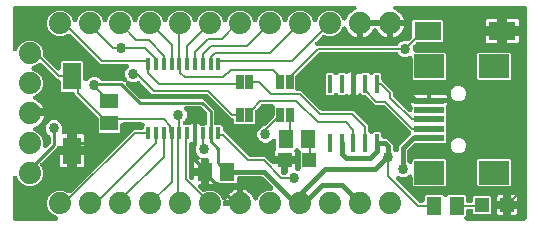
<source format=gbr>
G04 EAGLE Gerber RS-274X export*
G75*
%MOMM*%
%FSLAX34Y34*%
%LPD*%
%INTop Copper*%
%IPPOS*%
%AMOC8*
5,1,8,0,0,1.08239X$1,22.5*%
G01*
%ADD10R,0.400000X1.000000*%
%ADD11R,1.500000X1.300000*%
%ADD12R,1.600000X2.300000*%
%ADD13R,1.300000X1.500000*%
%ADD14R,1.200000X1.200000*%
%ADD15R,2.500000X0.500000*%
%ADD16R,2.500000X2.000000*%
%ADD17R,0.400000X1.499997*%
%ADD18C,1.879600*%
%ADD19R,0.635000X1.270000*%
%ADD20R,2.300000X1.600000*%
%ADD21C,0.406400*%
%ADD22C,0.858000*%
%ADD23C,0.254000*%
%ADD24C,0.203200*%

G36*
X435026Y2003D02*
X435026Y2003D01*
X435044Y2001D01*
X435226Y2022D01*
X435409Y2041D01*
X435426Y2046D01*
X435443Y2048D01*
X435618Y2105D01*
X435794Y2159D01*
X435809Y2167D01*
X435826Y2173D01*
X435986Y2263D01*
X436148Y2351D01*
X436161Y2362D01*
X436177Y2371D01*
X436316Y2491D01*
X436457Y2608D01*
X436468Y2622D01*
X436482Y2634D01*
X436594Y2779D01*
X436709Y2922D01*
X436717Y2938D01*
X436728Y2952D01*
X436810Y3117D01*
X436895Y3279D01*
X436900Y3296D01*
X436908Y3312D01*
X436955Y3491D01*
X437006Y3666D01*
X437008Y3684D01*
X437012Y3701D01*
X437039Y4032D01*
X437039Y181998D01*
X437037Y182016D01*
X437039Y182034D01*
X437018Y182216D01*
X436999Y182399D01*
X436994Y182416D01*
X436992Y182433D01*
X436935Y182608D01*
X436881Y182784D01*
X436873Y182799D01*
X436867Y182816D01*
X436777Y182976D01*
X436689Y183138D01*
X436678Y183151D01*
X436669Y183167D01*
X436549Y183306D01*
X436432Y183447D01*
X436418Y183458D01*
X436406Y183472D01*
X436261Y183584D01*
X436118Y183699D01*
X436102Y183707D01*
X436088Y183718D01*
X435923Y183800D01*
X435761Y183885D01*
X435744Y183890D01*
X435728Y183898D01*
X435549Y183945D01*
X435374Y183996D01*
X435356Y183998D01*
X435339Y184002D01*
X435008Y184029D01*
X326237Y184029D01*
X326153Y184021D01*
X326069Y184022D01*
X325953Y184001D01*
X325836Y183989D01*
X325756Y183965D01*
X325673Y183949D01*
X325564Y183906D01*
X325451Y183871D01*
X325377Y183831D01*
X325299Y183800D01*
X325201Y183735D01*
X325097Y183679D01*
X325033Y183626D01*
X324962Y183579D01*
X324878Y183497D01*
X324788Y183422D01*
X324735Y183356D01*
X324675Y183297D01*
X324609Y183199D01*
X324536Y183108D01*
X324497Y183033D01*
X324450Y182963D01*
X324404Y182855D01*
X324350Y182751D01*
X324327Y182670D01*
X324294Y182592D01*
X324271Y182477D01*
X324239Y182364D01*
X324232Y182280D01*
X324215Y182197D01*
X324216Y182079D01*
X324206Y181962D01*
X324216Y181879D01*
X324216Y181794D01*
X324239Y181679D01*
X324253Y181563D01*
X324279Y181482D01*
X324296Y181400D01*
X324341Y181291D01*
X324378Y181180D01*
X324419Y181106D01*
X324452Y181029D01*
X324518Y180931D01*
X324576Y180829D01*
X324631Y180765D01*
X324678Y180696D01*
X324762Y180613D01*
X324839Y180525D01*
X324905Y180473D01*
X324966Y180414D01*
X325064Y180350D01*
X325157Y180278D01*
X325232Y180240D01*
X325303Y180194D01*
X325440Y180137D01*
X325517Y180098D01*
X325558Y180087D01*
X325609Y180066D01*
X325893Y179974D01*
X327567Y179121D01*
X329088Y178016D01*
X330416Y176688D01*
X331521Y175167D01*
X332374Y173493D01*
X332955Y171706D01*
X332995Y171449D01*
X321818Y171449D01*
X321800Y171447D01*
X321783Y171449D01*
X321600Y171428D01*
X321418Y171409D01*
X321401Y171404D01*
X321383Y171402D01*
X321305Y171377D01*
X321168Y171416D01*
X321150Y171418D01*
X321133Y171422D01*
X320802Y171449D01*
X296418Y171449D01*
X296400Y171447D01*
X296383Y171449D01*
X296200Y171428D01*
X296018Y171409D01*
X296001Y171404D01*
X295983Y171402D01*
X295808Y171345D01*
X295633Y171291D01*
X295617Y171283D01*
X295600Y171277D01*
X295440Y171187D01*
X295279Y171099D01*
X295265Y171088D01*
X295249Y171079D01*
X295110Y170959D01*
X294969Y170842D01*
X294958Y170828D01*
X294945Y170816D01*
X294832Y170671D01*
X294717Y170528D01*
X294709Y170512D01*
X294698Y170498D01*
X294616Y170333D01*
X294576Y170257D01*
X294424Y170171D01*
X294262Y170083D01*
X294249Y170072D01*
X294233Y170063D01*
X294094Y169943D01*
X293953Y169825D01*
X293942Y169812D01*
X293928Y169800D01*
X293816Y169655D01*
X293701Y169512D01*
X293693Y169496D01*
X293682Y169482D01*
X293599Y169316D01*
X293515Y169154D01*
X293510Y169137D01*
X293502Y169121D01*
X293454Y168943D01*
X293404Y168768D01*
X293402Y168750D01*
X293398Y168733D01*
X293371Y168402D01*
X293371Y157225D01*
X293114Y157265D01*
X291327Y157846D01*
X289653Y158699D01*
X288132Y159804D01*
X286804Y161132D01*
X285699Y162653D01*
X284846Y164327D01*
X284608Y165059D01*
X284572Y165141D01*
X284546Y165225D01*
X284492Y165324D01*
X284446Y165428D01*
X284395Y165501D01*
X284353Y165578D01*
X284280Y165665D01*
X284215Y165757D01*
X284151Y165819D01*
X284094Y165887D01*
X284005Y165957D01*
X283923Y166035D01*
X283848Y166082D01*
X283779Y166138D01*
X283678Y166189D01*
X283583Y166249D01*
X283500Y166281D01*
X283421Y166321D01*
X283312Y166352D01*
X283206Y166392D01*
X283119Y166407D01*
X283033Y166431D01*
X282921Y166440D01*
X282809Y166458D01*
X282720Y166455D01*
X282632Y166462D01*
X282520Y166449D01*
X282407Y166445D01*
X282320Y166424D01*
X282232Y166414D01*
X282125Y166378D01*
X282015Y166352D01*
X281934Y166315D01*
X281850Y166287D01*
X281752Y166231D01*
X281649Y166184D01*
X281577Y166132D01*
X281500Y166088D01*
X281415Y166014D01*
X281324Y165947D01*
X281264Y165881D01*
X281197Y165823D01*
X281128Y165734D01*
X281051Y165650D01*
X281005Y165574D01*
X280951Y165504D01*
X280887Y165378D01*
X280843Y165306D01*
X280827Y165263D01*
X280800Y165209D01*
X279770Y162723D01*
X276697Y159650D01*
X272683Y157987D01*
X268337Y157987D01*
X265945Y158978D01*
X265923Y158985D01*
X265904Y158995D01*
X265731Y159043D01*
X265559Y159095D01*
X265537Y159097D01*
X265516Y159103D01*
X265336Y159116D01*
X265159Y159133D01*
X265136Y159131D01*
X265114Y159132D01*
X264935Y159110D01*
X264758Y159091D01*
X264737Y159085D01*
X264715Y159082D01*
X264544Y159025D01*
X264374Y158971D01*
X264354Y158961D01*
X264333Y158954D01*
X264177Y158864D01*
X264021Y158778D01*
X264004Y158764D01*
X263984Y158753D01*
X263731Y158538D01*
X258521Y153328D01*
X258516Y153321D01*
X258509Y153316D01*
X258389Y153166D01*
X258266Y153017D01*
X258262Y153009D01*
X258257Y153002D01*
X258167Y152830D01*
X258078Y152661D01*
X258075Y152653D01*
X258071Y152645D01*
X258018Y152459D01*
X257963Y152275D01*
X257962Y152266D01*
X257960Y152258D01*
X257944Y152066D01*
X257927Y151874D01*
X257928Y151865D01*
X257927Y151856D01*
X257949Y151667D01*
X257970Y151474D01*
X257973Y151465D01*
X257974Y151457D01*
X258033Y151275D01*
X258091Y151090D01*
X258096Y151082D01*
X258099Y151074D01*
X258194Y150905D01*
X258286Y150738D01*
X258292Y150731D01*
X258296Y150723D01*
X258422Y150577D01*
X258547Y150431D01*
X258554Y150425D01*
X258560Y150418D01*
X258711Y150301D01*
X258863Y150181D01*
X258871Y150177D01*
X258878Y150172D01*
X259050Y150086D01*
X259222Y149999D01*
X259230Y149996D01*
X259238Y149992D01*
X259425Y149942D01*
X259610Y149891D01*
X259618Y149890D01*
X259627Y149888D01*
X259958Y149861D01*
X326566Y149861D01*
X326588Y149863D01*
X326610Y149861D01*
X326788Y149883D01*
X326966Y149901D01*
X326988Y149907D01*
X327010Y149910D01*
X327180Y149966D01*
X327351Y150019D01*
X327371Y150029D01*
X327392Y150036D01*
X327547Y150125D01*
X327705Y150211D01*
X327722Y150225D01*
X327742Y150236D01*
X327877Y150354D01*
X328014Y150468D01*
X328028Y150486D01*
X328045Y150500D01*
X328155Y150643D01*
X328267Y150782D01*
X328277Y150802D01*
X328291Y150820D01*
X328442Y151115D01*
X328473Y151189D01*
X330395Y153111D01*
X332905Y154151D01*
X335623Y154151D01*
X335697Y154120D01*
X335719Y154113D01*
X335739Y154103D01*
X335911Y154055D01*
X336083Y154003D01*
X336105Y154001D01*
X336126Y153995D01*
X336306Y153982D01*
X336483Y153965D01*
X336506Y153968D01*
X336528Y153966D01*
X336707Y153988D01*
X336884Y154007D01*
X336905Y154013D01*
X336927Y154016D01*
X337097Y154073D01*
X337268Y154127D01*
X337288Y154137D01*
X337309Y154144D01*
X337464Y154234D01*
X337621Y154320D01*
X337639Y154334D01*
X337658Y154345D01*
X337911Y154560D01*
X339690Y156339D01*
X339707Y156360D01*
X339728Y156378D01*
X339835Y156516D01*
X339945Y156651D01*
X339958Y156675D01*
X339974Y156696D01*
X340052Y156853D01*
X340134Y157007D01*
X340142Y157032D01*
X340154Y157056D01*
X340199Y157226D01*
X340249Y157393D01*
X340251Y157419D01*
X340258Y157445D01*
X340285Y157776D01*
X340285Y171192D01*
X341178Y172085D01*
X365442Y172085D01*
X366335Y171192D01*
X366335Y153928D01*
X365442Y153035D01*
X344414Y153035D01*
X344387Y153033D01*
X344360Y153035D01*
X344187Y153013D01*
X344013Y152995D01*
X343988Y152988D01*
X343961Y152984D01*
X343795Y152929D01*
X343628Y152877D01*
X343605Y152864D01*
X343579Y152856D01*
X343428Y152769D01*
X343274Y152685D01*
X343254Y152668D01*
X343230Y152655D01*
X342977Y152440D01*
X341504Y150967D01*
X341490Y150950D01*
X341473Y150935D01*
X341362Y150794D01*
X341249Y150655D01*
X341239Y150636D01*
X341225Y150618D01*
X341144Y150457D01*
X341060Y150300D01*
X341054Y150278D01*
X341044Y150258D01*
X340996Y150085D01*
X340946Y149914D01*
X340944Y149892D01*
X340938Y149870D01*
X340925Y149692D01*
X340909Y149513D01*
X340912Y149491D01*
X340910Y149468D01*
X340933Y149291D01*
X340953Y149113D01*
X340959Y149091D01*
X340962Y149069D01*
X341064Y148753D01*
X341095Y148679D01*
X341095Y146186D01*
X341097Y146168D01*
X341095Y146150D01*
X341116Y145968D01*
X341135Y145785D01*
X341140Y145768D01*
X341142Y145751D01*
X341199Y145576D01*
X341253Y145400D01*
X341261Y145385D01*
X341267Y145368D01*
X341357Y145208D01*
X341445Y145046D01*
X341456Y145033D01*
X341465Y145017D01*
X341585Y144878D01*
X341702Y144737D01*
X341716Y144726D01*
X341728Y144712D01*
X341873Y144600D01*
X342016Y144485D01*
X342032Y144477D01*
X342046Y144466D01*
X342211Y144384D01*
X342373Y144299D01*
X342390Y144294D01*
X342406Y144286D01*
X342585Y144239D01*
X342760Y144188D01*
X342778Y144186D01*
X342795Y144182D01*
X343126Y144155D01*
X367542Y144155D01*
X368435Y143262D01*
X368435Y121998D01*
X367542Y121105D01*
X341278Y121105D01*
X340385Y121998D01*
X340385Y139422D01*
X340384Y139435D01*
X340385Y139449D01*
X340364Y139634D01*
X340345Y139823D01*
X340341Y139835D01*
X340340Y139849D01*
X340283Y140027D01*
X340227Y140208D01*
X340221Y140219D01*
X340217Y140232D01*
X340125Y140396D01*
X340035Y140562D01*
X340027Y140572D01*
X340020Y140584D01*
X339898Y140727D01*
X339778Y140871D01*
X339767Y140879D01*
X339759Y140889D01*
X339610Y141006D01*
X339464Y141123D01*
X339452Y141129D01*
X339442Y141138D01*
X339272Y141223D01*
X339107Y141309D01*
X339094Y141312D01*
X339082Y141318D01*
X338899Y141368D01*
X338720Y141420D01*
X338706Y141421D01*
X338693Y141425D01*
X338505Y141438D01*
X338318Y141453D01*
X338305Y141451D01*
X338292Y141452D01*
X338104Y141428D01*
X337919Y141406D01*
X337906Y141402D01*
X337893Y141400D01*
X337577Y141299D01*
X335623Y140489D01*
X332905Y140489D01*
X330395Y141529D01*
X328473Y143451D01*
X328442Y143525D01*
X328432Y143545D01*
X328425Y143566D01*
X328337Y143722D01*
X328252Y143880D01*
X328238Y143897D01*
X328227Y143917D01*
X328110Y144053D01*
X327996Y144191D01*
X327978Y144205D01*
X327964Y144222D01*
X327823Y144331D01*
X327683Y144444D01*
X327663Y144455D01*
X327646Y144468D01*
X327485Y144548D01*
X327327Y144631D01*
X327305Y144638D01*
X327285Y144648D01*
X327112Y144694D01*
X326940Y144744D01*
X326918Y144746D01*
X326896Y144752D01*
X326566Y144779D01*
X262498Y144779D01*
X262471Y144777D01*
X262444Y144779D01*
X262271Y144757D01*
X262097Y144739D01*
X262072Y144732D01*
X262045Y144728D01*
X261879Y144673D01*
X261712Y144621D01*
X261689Y144608D01*
X261663Y144600D01*
X261512Y144513D01*
X261358Y144429D01*
X261338Y144412D01*
X261314Y144399D01*
X261061Y144184D01*
X241769Y124892D01*
X241752Y124871D01*
X241731Y124853D01*
X241624Y124715D01*
X241514Y124580D01*
X241501Y124556D01*
X241485Y124535D01*
X241407Y124378D01*
X241325Y124224D01*
X241317Y124199D01*
X241305Y124175D01*
X241260Y124005D01*
X241210Y123838D01*
X241208Y123812D01*
X241201Y123786D01*
X241174Y123455D01*
X241174Y113792D01*
X241176Y113774D01*
X241174Y113756D01*
X241195Y113574D01*
X241214Y113391D01*
X241219Y113374D01*
X241221Y113357D01*
X241278Y113182D01*
X241332Y113006D01*
X241340Y112991D01*
X241346Y112974D01*
X241436Y112814D01*
X241524Y112652D01*
X241535Y112639D01*
X241544Y112623D01*
X241664Y112484D01*
X241781Y112343D01*
X241795Y112332D01*
X241807Y112318D01*
X241952Y112206D01*
X242095Y112091D01*
X242111Y112083D01*
X242125Y112072D01*
X242290Y111990D01*
X242452Y111905D01*
X242469Y111900D01*
X242485Y111892D01*
X242664Y111845D01*
X242839Y111794D01*
X242857Y111792D01*
X242874Y111788D01*
X243205Y111761D01*
X246176Y111761D01*
X262318Y95620D01*
X262338Y95603D01*
X262356Y95582D01*
X262494Y95475D01*
X262629Y95365D01*
X262653Y95352D01*
X262674Y95336D01*
X262831Y95258D01*
X262985Y95176D01*
X263010Y95168D01*
X263034Y95156D01*
X263204Y95111D01*
X263371Y95061D01*
X263397Y95059D01*
X263423Y95052D01*
X263754Y95025D01*
X290518Y95025D01*
X292601Y92942D01*
X292602Y92941D01*
X303051Y82492D01*
X303051Y77666D01*
X303053Y77639D01*
X303051Y77612D01*
X303073Y77439D01*
X303091Y77265D01*
X303098Y77240D01*
X303102Y77213D01*
X303157Y77048D01*
X303209Y76880D01*
X303222Y76857D01*
X303230Y76831D01*
X303317Y76680D01*
X303400Y76526D01*
X303418Y76506D01*
X303431Y76482D01*
X303646Y76229D01*
X304074Y75801D01*
X304087Y75790D01*
X304099Y75776D01*
X304243Y75663D01*
X304385Y75546D01*
X304401Y75538D01*
X304415Y75527D01*
X304578Y75444D01*
X304741Y75358D01*
X304758Y75353D01*
X304774Y75344D01*
X304951Y75295D01*
X305127Y75243D01*
X305144Y75241D01*
X305162Y75236D01*
X305345Y75223D01*
X305528Y75206D01*
X305545Y75208D01*
X305563Y75207D01*
X305746Y75230D01*
X305928Y75250D01*
X305945Y75255D01*
X305963Y75258D01*
X306137Y75316D01*
X306312Y75371D01*
X306327Y75380D01*
X306344Y75386D01*
X306504Y75478D01*
X306664Y75566D01*
X306678Y75578D01*
X306693Y75587D01*
X306946Y75801D01*
X307878Y76733D01*
X313142Y76733D01*
X314035Y75840D01*
X314035Y73297D01*
X314036Y73279D01*
X314035Y73261D01*
X314056Y73079D01*
X314075Y72896D01*
X314080Y72879D01*
X314082Y72861D01*
X314139Y72687D01*
X314193Y72511D01*
X314201Y72496D01*
X314207Y72479D01*
X314297Y72318D01*
X314384Y72157D01*
X314396Y72144D01*
X314405Y72128D01*
X314525Y71989D01*
X314642Y71848D01*
X314656Y71837D01*
X314668Y71823D01*
X314813Y71711D01*
X314956Y71596D01*
X314972Y71587D01*
X314986Y71576D01*
X315151Y71494D01*
X315313Y71410D01*
X315330Y71405D01*
X315346Y71397D01*
X315525Y71349D01*
X315700Y71299D01*
X315718Y71297D01*
X315735Y71293D01*
X316066Y71266D01*
X318574Y71266D01*
X323597Y66243D01*
X323597Y62825D01*
X323599Y62798D01*
X323597Y62771D01*
X323619Y62598D01*
X323637Y62424D01*
X323644Y62399D01*
X323648Y62372D01*
X323703Y62206D01*
X323755Y62039D01*
X323768Y62016D01*
X323776Y61990D01*
X323863Y61839D01*
X323947Y61685D01*
X323964Y61665D01*
X323977Y61641D01*
X324192Y61388D01*
X325266Y60314D01*
X325273Y60309D01*
X325278Y60302D01*
X325428Y60182D01*
X325577Y60059D01*
X325585Y60055D01*
X325592Y60050D01*
X325763Y59961D01*
X325933Y59871D01*
X325941Y59868D01*
X325949Y59864D01*
X326135Y59811D01*
X326319Y59756D01*
X326328Y59755D01*
X326336Y59753D01*
X326528Y59737D01*
X326720Y59720D01*
X326729Y59720D01*
X326738Y59720D01*
X326927Y59742D01*
X327120Y59763D01*
X327129Y59766D01*
X327137Y59767D01*
X327319Y59826D01*
X327504Y59884D01*
X327512Y59889D01*
X327520Y59892D01*
X327689Y59987D01*
X327856Y60079D01*
X327863Y60085D01*
X327871Y60089D01*
X328017Y60215D01*
X328163Y60340D01*
X328169Y60347D01*
X328176Y60353D01*
X328293Y60504D01*
X328413Y60656D01*
X328417Y60664D01*
X328422Y60671D01*
X328508Y60843D01*
X328595Y61015D01*
X328598Y61023D01*
X328602Y61031D01*
X328652Y61218D01*
X328703Y61402D01*
X328704Y61411D01*
X328706Y61420D01*
X328733Y61751D01*
X328733Y64843D01*
X338701Y74811D01*
X338712Y74825D01*
X338726Y74836D01*
X338840Y74981D01*
X338956Y75122D01*
X338964Y75138D01*
X338975Y75152D01*
X339059Y75316D01*
X339145Y75478D01*
X339150Y75495D01*
X339158Y75511D01*
X339207Y75688D01*
X339259Y75864D01*
X339261Y75882D01*
X339266Y75899D01*
X339279Y76082D01*
X339296Y76265D01*
X339294Y76283D01*
X339295Y76301D01*
X339272Y76482D01*
X339252Y76665D01*
X339247Y76682D01*
X339245Y76700D01*
X339187Y76873D01*
X339131Y77049D01*
X339122Y77065D01*
X339117Y77082D01*
X339025Y77240D01*
X338936Y77401D01*
X338924Y77415D01*
X338916Y77430D01*
X338701Y77683D01*
X337212Y79172D01*
X337212Y79173D01*
X316675Y99710D01*
X316654Y99727D01*
X316637Y99747D01*
X316499Y99854D01*
X316363Y99965D01*
X316340Y99977D01*
X316318Y99994D01*
X316162Y100072D01*
X316008Y100153D01*
X315982Y100161D01*
X315958Y100173D01*
X315789Y100218D01*
X315622Y100268D01*
X315595Y100270D01*
X315569Y100277D01*
X315238Y100305D01*
X308824Y100305D01*
X301036Y108092D01*
X301016Y108109D01*
X300998Y108129D01*
X300860Y108236D01*
X300725Y108347D01*
X300701Y108359D01*
X300680Y108376D01*
X300523Y108454D01*
X300369Y108535D01*
X300344Y108543D01*
X300320Y108555D01*
X300150Y108600D01*
X299983Y108650D01*
X299957Y108652D01*
X299931Y108659D01*
X299600Y108687D01*
X297878Y108687D01*
X297446Y109119D01*
X297382Y109171D01*
X297325Y109230D01*
X297227Y109299D01*
X297134Y109374D01*
X297062Y109413D01*
X296994Y109460D01*
X296884Y109507D01*
X296779Y109563D01*
X296700Y109586D01*
X296624Y109619D01*
X296507Y109644D01*
X296393Y109678D01*
X296311Y109685D01*
X296230Y109702D01*
X296111Y109703D01*
X295992Y109714D01*
X295910Y109705D01*
X295828Y109706D01*
X295711Y109684D01*
X295591Y109671D01*
X295513Y109646D01*
X295432Y109630D01*
X295322Y109585D01*
X295208Y109549D01*
X295136Y109509D01*
X295060Y109478D01*
X294960Y109412D01*
X294855Y109354D01*
X294793Y109301D01*
X294724Y109256D01*
X294639Y109171D01*
X294548Y109094D01*
X294497Y109029D01*
X294439Y108971D01*
X294352Y108846D01*
X294299Y108778D01*
X294280Y108742D01*
X294275Y108736D01*
X294273Y108731D01*
X294250Y108698D01*
X294223Y108651D01*
X293750Y108178D01*
X293171Y107844D01*
X292525Y107671D01*
X292221Y107671D01*
X292221Y117711D01*
X292221Y117712D01*
X292221Y127752D01*
X292525Y127752D01*
X293171Y127579D01*
X293750Y127244D01*
X294223Y126771D01*
X294250Y126724D01*
X294298Y126657D01*
X294338Y126585D01*
X294415Y126494D01*
X294485Y126397D01*
X294545Y126341D01*
X294598Y126278D01*
X294692Y126204D01*
X294780Y126123D01*
X294850Y126080D01*
X294914Y126029D01*
X295021Y125975D01*
X295123Y125912D01*
X295200Y125884D01*
X295273Y125846D01*
X295389Y125814D01*
X295501Y125773D01*
X295582Y125760D01*
X295661Y125738D01*
X295781Y125730D01*
X295899Y125711D01*
X295981Y125715D01*
X296063Y125709D01*
X296181Y125724D01*
X296301Y125729D01*
X296381Y125749D01*
X296462Y125759D01*
X296575Y125797D01*
X296692Y125826D01*
X296766Y125862D01*
X296844Y125888D01*
X296948Y125947D01*
X297056Y125998D01*
X297121Y126048D01*
X297193Y126089D01*
X297309Y126187D01*
X297378Y126239D01*
X297406Y126269D01*
X297446Y126303D01*
X297878Y126736D01*
X303142Y126736D01*
X304074Y125804D01*
X304087Y125792D01*
X304099Y125779D01*
X304243Y125665D01*
X304385Y125549D01*
X304401Y125540D01*
X304415Y125529D01*
X304579Y125446D01*
X304741Y125360D01*
X304758Y125355D01*
X304774Y125347D01*
X304951Y125298D01*
X305127Y125245D01*
X305145Y125244D01*
X305162Y125239D01*
X305345Y125226D01*
X305528Y125209D01*
X305546Y125211D01*
X305563Y125210D01*
X305745Y125233D01*
X305928Y125252D01*
X305945Y125258D01*
X305963Y125260D01*
X306137Y125318D01*
X306312Y125374D01*
X306328Y125383D01*
X306344Y125388D01*
X306503Y125480D01*
X306664Y125569D01*
X306678Y125580D01*
X306693Y125589D01*
X306946Y125804D01*
X307878Y126736D01*
X313142Y126736D01*
X314035Y125843D01*
X314035Y121637D01*
X314037Y121610D01*
X314035Y121584D01*
X314057Y121409D01*
X314075Y121236D01*
X314082Y121211D01*
X314086Y121184D01*
X314141Y121019D01*
X314193Y120851D01*
X314206Y120828D01*
X314214Y120803D01*
X314301Y120651D01*
X314384Y120497D01*
X314402Y120477D01*
X314415Y120454D01*
X314630Y120201D01*
X323973Y110857D01*
X323973Y108008D01*
X323976Y107981D01*
X323974Y107954D01*
X323996Y107780D01*
X324013Y107607D01*
X324021Y107582D01*
X324024Y107555D01*
X324080Y107389D01*
X324131Y107222D01*
X324144Y107199D01*
X324153Y107173D01*
X324240Y107022D01*
X324323Y106868D01*
X324340Y106848D01*
X324354Y106824D01*
X324568Y106571D01*
X336918Y94222D01*
X336925Y94216D01*
X336930Y94209D01*
X337081Y94089D01*
X337229Y93967D01*
X337237Y93963D01*
X337244Y93957D01*
X337414Y93869D01*
X337585Y93778D01*
X337594Y93776D01*
X337601Y93772D01*
X337786Y93718D01*
X337971Y93663D01*
X337980Y93663D01*
X337988Y93660D01*
X338180Y93645D01*
X338372Y93627D01*
X338381Y93628D01*
X338390Y93627D01*
X338579Y93649D01*
X338772Y93670D01*
X338781Y93673D01*
X338789Y93674D01*
X338971Y93734D01*
X339156Y93792D01*
X339164Y93796D01*
X339172Y93799D01*
X339341Y93894D01*
X339508Y93987D01*
X339515Y93993D01*
X339523Y93997D01*
X339669Y94123D01*
X339815Y94247D01*
X339821Y94254D01*
X339828Y94260D01*
X339945Y94412D01*
X340065Y94563D01*
X340069Y94571D01*
X340074Y94578D01*
X340160Y94750D01*
X340247Y94922D01*
X340250Y94931D01*
X340254Y94939D01*
X340304Y95125D01*
X340355Y95310D01*
X340356Y95319D01*
X340358Y95328D01*
X340385Y95658D01*
X340385Y98220D01*
X340383Y98247D01*
X340385Y98274D01*
X340363Y98447D01*
X340345Y98621D01*
X340338Y98646D01*
X340334Y98673D01*
X340279Y98839D01*
X340227Y99006D01*
X340214Y99029D01*
X340206Y99055D01*
X340119Y99206D01*
X340035Y99360D01*
X340018Y99380D01*
X340005Y99404D01*
X339905Y99522D01*
X339542Y100149D01*
X339369Y100795D01*
X339369Y101599D01*
X354410Y101599D01*
X369451Y101599D01*
X369451Y100795D01*
X369278Y100149D01*
X368909Y99510D01*
X368885Y99480D01*
X368775Y99345D01*
X368762Y99321D01*
X368746Y99300D01*
X368668Y99143D01*
X368586Y98989D01*
X368578Y98964D01*
X368566Y98940D01*
X368521Y98770D01*
X368471Y98603D01*
X368469Y98577D01*
X368462Y98551D01*
X368435Y98220D01*
X368435Y91938D01*
X368424Y91794D01*
X368408Y91612D01*
X368410Y91594D01*
X368408Y91575D01*
X368431Y91395D01*
X368435Y91363D01*
X368435Y83937D01*
X368424Y83795D01*
X368408Y83613D01*
X368410Y83595D01*
X368408Y83577D01*
X368431Y83394D01*
X368435Y83363D01*
X368435Y75937D01*
X368424Y75795D01*
X368408Y75613D01*
X368410Y75595D01*
X368408Y75577D01*
X368431Y75394D01*
X368435Y75363D01*
X368435Y68498D01*
X367542Y67605D01*
X342397Y67605D01*
X342370Y67603D01*
X342343Y67605D01*
X342169Y67583D01*
X341996Y67565D01*
X341971Y67558D01*
X341944Y67554D01*
X341778Y67499D01*
X341611Y67447D01*
X341588Y67434D01*
X341562Y67426D01*
X341411Y67339D01*
X341257Y67255D01*
X341237Y67238D01*
X341213Y67225D01*
X340960Y67010D01*
X336442Y62492D01*
X336425Y62471D01*
X336404Y62453D01*
X336297Y62316D01*
X336187Y62180D01*
X336174Y62157D01*
X336158Y62135D01*
X336080Y61978D01*
X335998Y61824D01*
X335990Y61799D01*
X335978Y61775D01*
X335933Y61605D01*
X335883Y61439D01*
X335881Y61412D01*
X335874Y61386D01*
X335847Y61055D01*
X335847Y52475D01*
X335849Y52448D01*
X335847Y52422D01*
X335869Y52248D01*
X335887Y52074D01*
X335894Y52049D01*
X335898Y52022D01*
X335953Y51857D01*
X336005Y51689D01*
X336018Y51666D01*
X336026Y51640D01*
X336113Y51489D01*
X336197Y51335D01*
X336214Y51315D01*
X336227Y51292D01*
X336442Y51039D01*
X336918Y50562D01*
X336925Y50557D01*
X336930Y50550D01*
X337080Y50429D01*
X337229Y50307D01*
X337237Y50303D01*
X337244Y50298D01*
X337414Y50210D01*
X337585Y50119D01*
X337594Y50116D01*
X337601Y50112D01*
X337786Y50059D01*
X337971Y50004D01*
X337980Y50003D01*
X337988Y50001D01*
X338181Y49985D01*
X338372Y49968D01*
X338381Y49968D01*
X338390Y49968D01*
X338579Y49990D01*
X338772Y50011D01*
X338781Y50014D01*
X338789Y50015D01*
X338973Y50075D01*
X339156Y50132D01*
X339164Y50137D01*
X339172Y50140D01*
X339341Y50235D01*
X339508Y50327D01*
X339515Y50333D01*
X339523Y50337D01*
X339668Y50463D01*
X339815Y50588D01*
X339821Y50595D01*
X339828Y50601D01*
X339944Y50751D01*
X340065Y50904D01*
X340069Y50912D01*
X340074Y50919D01*
X340160Y51091D01*
X340247Y51263D01*
X340250Y51271D01*
X340254Y51279D01*
X340304Y51467D01*
X340355Y51650D01*
X340356Y51659D01*
X340358Y51668D01*
X340385Y51999D01*
X340385Y53262D01*
X341278Y54155D01*
X367542Y54155D01*
X368435Y53262D01*
X368435Y31998D01*
X367542Y31105D01*
X341278Y31105D01*
X340385Y31998D01*
X340385Y39061D01*
X340384Y39070D01*
X340385Y39079D01*
X340364Y39271D01*
X340345Y39462D01*
X340343Y39470D01*
X340342Y39479D01*
X340284Y39662D01*
X340227Y39847D01*
X340223Y39855D01*
X340220Y39863D01*
X340127Y40032D01*
X340035Y40201D01*
X340030Y40208D01*
X340025Y40216D01*
X339900Y40363D01*
X339778Y40510D01*
X339771Y40516D01*
X339765Y40523D01*
X339614Y40642D01*
X339464Y40762D01*
X339456Y40767D01*
X339449Y40772D01*
X339278Y40859D01*
X339107Y40948D01*
X339098Y40950D01*
X339090Y40954D01*
X338905Y41006D01*
X338720Y41059D01*
X338711Y41060D01*
X338702Y41062D01*
X338510Y41077D01*
X338318Y41092D01*
X338310Y41091D01*
X338301Y41092D01*
X338110Y41068D01*
X337919Y41045D01*
X337910Y41043D01*
X337901Y41041D01*
X337720Y40981D01*
X337536Y40920D01*
X337528Y40916D01*
X337520Y40913D01*
X337353Y40817D01*
X337185Y40723D01*
X337178Y40717D01*
X337171Y40712D01*
X336918Y40498D01*
X336159Y39739D01*
X333649Y38699D01*
X330931Y38699D01*
X329052Y39478D01*
X329048Y39479D01*
X329044Y39481D01*
X328855Y39537D01*
X328667Y39594D01*
X328662Y39595D01*
X328658Y39596D01*
X328457Y39614D01*
X328266Y39632D01*
X328262Y39632D01*
X328257Y39632D01*
X328058Y39611D01*
X327865Y39591D01*
X327861Y39589D01*
X327857Y39589D01*
X327669Y39530D01*
X327481Y39471D01*
X327477Y39469D01*
X327473Y39467D01*
X327302Y39373D01*
X327128Y39278D01*
X327124Y39275D01*
X327120Y39273D01*
X326971Y39146D01*
X326820Y39018D01*
X326817Y39015D01*
X326813Y39012D01*
X326692Y38858D01*
X326569Y38704D01*
X326567Y38700D01*
X326564Y38696D01*
X326475Y38522D01*
X326385Y38345D01*
X326384Y38341D01*
X326382Y38337D01*
X326328Y38146D01*
X326275Y37958D01*
X326275Y37954D01*
X326274Y37949D01*
X326259Y37748D01*
X326244Y37557D01*
X326244Y37552D01*
X326244Y37548D01*
X326269Y37349D01*
X326293Y37157D01*
X326294Y37153D01*
X326295Y37148D01*
X326357Y36963D01*
X326419Y36775D01*
X326421Y36771D01*
X326423Y36767D01*
X326522Y36595D01*
X326619Y36425D01*
X326621Y36422D01*
X326624Y36418D01*
X326838Y36165D01*
X345307Y17696D01*
X345328Y17679D01*
X345346Y17658D01*
X345484Y17551D01*
X345619Y17441D01*
X345643Y17428D01*
X345664Y17412D01*
X345821Y17334D01*
X345975Y17252D01*
X346000Y17244D01*
X346024Y17232D01*
X346194Y17187D01*
X346361Y17137D01*
X346387Y17135D01*
X346413Y17128D01*
X346744Y17101D01*
X348644Y17101D01*
X348662Y17103D01*
X348680Y17101D01*
X348862Y17122D01*
X349045Y17141D01*
X349062Y17146D01*
X349079Y17148D01*
X349254Y17205D01*
X349430Y17259D01*
X349445Y17267D01*
X349462Y17273D01*
X349622Y17363D01*
X349784Y17451D01*
X349797Y17462D01*
X349813Y17471D01*
X349952Y17591D01*
X350093Y17708D01*
X350104Y17722D01*
X350118Y17734D01*
X350230Y17879D01*
X350345Y18022D01*
X350353Y18038D01*
X350364Y18052D01*
X350446Y18217D01*
X350531Y18379D01*
X350536Y18396D01*
X350544Y18412D01*
X350591Y18591D01*
X350642Y18766D01*
X350644Y18784D01*
X350648Y18801D01*
X350675Y19132D01*
X350675Y22692D01*
X351568Y23585D01*
X365832Y23585D01*
X366764Y22653D01*
X366778Y22641D01*
X366789Y22628D01*
X366933Y22514D01*
X367075Y22398D01*
X367091Y22389D01*
X367105Y22378D01*
X367269Y22295D01*
X367431Y22209D01*
X367448Y22204D01*
X367464Y22196D01*
X367641Y22146D01*
X367817Y22094D01*
X367835Y22093D01*
X367852Y22088D01*
X368035Y22074D01*
X368218Y22058D01*
X368236Y22060D01*
X368253Y22058D01*
X368435Y22081D01*
X368618Y22101D01*
X368635Y22107D01*
X368653Y22109D01*
X368827Y22167D01*
X369002Y22223D01*
X369018Y22231D01*
X369034Y22237D01*
X369193Y22329D01*
X369354Y22417D01*
X369368Y22429D01*
X369383Y22438D01*
X369636Y22653D01*
X370568Y23585D01*
X384832Y23585D01*
X385725Y22692D01*
X385725Y19132D01*
X385727Y19114D01*
X385725Y19096D01*
X385746Y18914D01*
X385765Y18731D01*
X385770Y18714D01*
X385772Y18697D01*
X385829Y18522D01*
X385883Y18346D01*
X385891Y18331D01*
X385897Y18314D01*
X385987Y18154D01*
X386075Y17992D01*
X386086Y17979D01*
X386095Y17963D01*
X386215Y17824D01*
X386332Y17683D01*
X386346Y17672D01*
X386358Y17658D01*
X386503Y17546D01*
X386646Y17431D01*
X386662Y17423D01*
X386676Y17412D01*
X386841Y17330D01*
X387003Y17245D01*
X387020Y17240D01*
X387036Y17232D01*
X387215Y17185D01*
X387390Y17134D01*
X387408Y17132D01*
X387425Y17128D01*
X387756Y17101D01*
X389844Y17101D01*
X389862Y17103D01*
X389880Y17101D01*
X390062Y17122D01*
X390245Y17141D01*
X390262Y17146D01*
X390279Y17148D01*
X390454Y17205D01*
X390630Y17259D01*
X390645Y17267D01*
X390662Y17273D01*
X390822Y17363D01*
X390984Y17451D01*
X390997Y17462D01*
X391013Y17471D01*
X391152Y17591D01*
X391293Y17708D01*
X391304Y17722D01*
X391318Y17734D01*
X391430Y17879D01*
X391545Y18022D01*
X391553Y18038D01*
X391564Y18052D01*
X391646Y18217D01*
X391731Y18379D01*
X391736Y18396D01*
X391744Y18412D01*
X391791Y18591D01*
X391842Y18766D01*
X391844Y18784D01*
X391848Y18801D01*
X391875Y19132D01*
X391875Y21872D01*
X392768Y22765D01*
X406032Y22765D01*
X406925Y21872D01*
X406925Y8608D01*
X406032Y7715D01*
X392768Y7715D01*
X391875Y8608D01*
X391875Y9988D01*
X391873Y10006D01*
X391875Y10024D01*
X391854Y10206D01*
X391835Y10389D01*
X391830Y10406D01*
X391828Y10423D01*
X391771Y10598D01*
X391717Y10774D01*
X391709Y10789D01*
X391703Y10806D01*
X391613Y10966D01*
X391525Y11128D01*
X391514Y11141D01*
X391505Y11157D01*
X391385Y11296D01*
X391268Y11437D01*
X391254Y11448D01*
X391242Y11462D01*
X391097Y11574D01*
X390954Y11689D01*
X390938Y11697D01*
X390924Y11708D01*
X390759Y11790D01*
X390597Y11875D01*
X390580Y11880D01*
X390564Y11888D01*
X390385Y11935D01*
X390210Y11986D01*
X390192Y11988D01*
X390175Y11992D01*
X389844Y12019D01*
X387756Y12019D01*
X387738Y12017D01*
X387720Y12019D01*
X387538Y11998D01*
X387355Y11979D01*
X387338Y11974D01*
X387321Y11972D01*
X387146Y11915D01*
X386970Y11861D01*
X386955Y11853D01*
X386938Y11847D01*
X386778Y11757D01*
X386616Y11669D01*
X386603Y11658D01*
X386587Y11649D01*
X386448Y11529D01*
X386307Y11412D01*
X386296Y11398D01*
X386282Y11386D01*
X386170Y11241D01*
X386055Y11098D01*
X386047Y11082D01*
X386036Y11068D01*
X385954Y10903D01*
X385869Y10741D01*
X385864Y10724D01*
X385856Y10708D01*
X385809Y10529D01*
X385758Y10354D01*
X385756Y10336D01*
X385752Y10319D01*
X385725Y9988D01*
X385725Y6428D01*
X384765Y5468D01*
X384759Y5461D01*
X384752Y5456D01*
X384631Y5305D01*
X384510Y5157D01*
X384505Y5149D01*
X384500Y5142D01*
X384411Y4972D01*
X384321Y4801D01*
X384318Y4792D01*
X384314Y4785D01*
X384261Y4600D01*
X384206Y4415D01*
X384205Y4406D01*
X384203Y4398D01*
X384187Y4207D01*
X384170Y4014D01*
X384171Y4005D01*
X384170Y3996D01*
X384192Y3807D01*
X384213Y3614D01*
X384216Y3605D01*
X384217Y3597D01*
X384276Y3415D01*
X384335Y3230D01*
X384339Y3222D01*
X384342Y3214D01*
X384436Y3047D01*
X384529Y2878D01*
X384535Y2871D01*
X384540Y2863D01*
X384665Y2718D01*
X384790Y2571D01*
X384797Y2565D01*
X384803Y2558D01*
X384953Y2442D01*
X385106Y2321D01*
X385114Y2317D01*
X385121Y2312D01*
X385292Y2227D01*
X385465Y2139D01*
X385473Y2136D01*
X385481Y2132D01*
X385667Y2083D01*
X385853Y2031D01*
X385862Y2030D01*
X385870Y2028D01*
X386201Y2001D01*
X435008Y2001D01*
X435026Y2003D01*
G37*
G36*
X38189Y2001D02*
X38189Y2001D01*
X38193Y2001D01*
X38387Y2021D01*
X38585Y2041D01*
X38589Y2042D01*
X38594Y2042D01*
X38779Y2100D01*
X38970Y2159D01*
X38974Y2161D01*
X38978Y2162D01*
X39150Y2256D01*
X39324Y2351D01*
X39327Y2353D01*
X39331Y2356D01*
X39482Y2483D01*
X39633Y2608D01*
X39636Y2612D01*
X39639Y2615D01*
X39763Y2769D01*
X39885Y2922D01*
X39887Y2926D01*
X39890Y2929D01*
X39980Y3104D01*
X40071Y3279D01*
X40072Y3284D01*
X40074Y3288D01*
X40127Y3475D01*
X40182Y3666D01*
X40183Y3671D01*
X40184Y3675D01*
X40199Y3868D01*
X40215Y4068D01*
X40215Y4072D01*
X40215Y4076D01*
X40192Y4267D01*
X40168Y4467D01*
X40167Y4472D01*
X40166Y4476D01*
X40105Y4661D01*
X40043Y4850D01*
X40041Y4854D01*
X40040Y4858D01*
X39942Y5030D01*
X39846Y5201D01*
X39843Y5204D01*
X39840Y5208D01*
X39709Y5359D01*
X39582Y5505D01*
X39579Y5508D01*
X39576Y5512D01*
X39419Y5632D01*
X39264Y5752D01*
X39260Y5754D01*
X39257Y5757D01*
X38962Y5909D01*
X35723Y7250D01*
X32650Y10323D01*
X30987Y14337D01*
X30987Y18683D01*
X32650Y22697D01*
X35723Y25770D01*
X39737Y27433D01*
X44083Y27433D01*
X48097Y25770D01*
X48306Y25561D01*
X48319Y25550D01*
X48331Y25537D01*
X48476Y25422D01*
X48617Y25306D01*
X48633Y25298D01*
X48647Y25287D01*
X48811Y25204D01*
X48973Y25118D01*
X48990Y25113D01*
X49006Y25105D01*
X49182Y25055D01*
X49359Y25003D01*
X49377Y25001D01*
X49394Y24997D01*
X49577Y24983D01*
X49760Y24967D01*
X49777Y24968D01*
X49795Y24967D01*
X49978Y24990D01*
X50160Y25010D01*
X50177Y25015D01*
X50195Y25018D01*
X50369Y25076D01*
X50544Y25131D01*
X50559Y25140D01*
X50576Y25146D01*
X50736Y25238D01*
X50896Y25326D01*
X50910Y25338D01*
X50925Y25347D01*
X51178Y25561D01*
X104198Y78581D01*
X111026Y78581D01*
X111044Y78583D01*
X111062Y78581D01*
X111244Y78602D01*
X111427Y78621D01*
X111444Y78626D01*
X111461Y78628D01*
X111636Y78685D01*
X111812Y78739D01*
X111827Y78747D01*
X111844Y78753D01*
X112004Y78843D01*
X112166Y78931D01*
X112179Y78942D01*
X112195Y78951D01*
X112334Y79071D01*
X112475Y79188D01*
X112486Y79202D01*
X112500Y79214D01*
X112612Y79359D01*
X112727Y79502D01*
X112735Y79518D01*
X112746Y79532D01*
X112828Y79697D01*
X112913Y79859D01*
X112918Y79876D01*
X112926Y79892D01*
X112973Y80071D01*
X113024Y80246D01*
X113026Y80264D01*
X113030Y80281D01*
X113057Y80612D01*
X113057Y81681D01*
X113141Y81784D01*
X113262Y81933D01*
X113267Y81941D01*
X113272Y81948D01*
X113361Y82118D01*
X113451Y82289D01*
X113454Y82298D01*
X113458Y82305D01*
X113511Y82489D01*
X113566Y82675D01*
X113567Y82684D01*
X113569Y82692D01*
X113585Y82883D01*
X113602Y83076D01*
X113601Y83085D01*
X113602Y83094D01*
X113580Y83282D01*
X113559Y83476D01*
X113556Y83485D01*
X113555Y83493D01*
X113495Y83676D01*
X113437Y83860D01*
X113433Y83868D01*
X113430Y83876D01*
X113335Y84045D01*
X113243Y84212D01*
X113237Y84219D01*
X113232Y84227D01*
X113107Y84372D01*
X112982Y84519D01*
X112975Y84525D01*
X112969Y84532D01*
X112818Y84649D01*
X112666Y84769D01*
X112658Y84773D01*
X112651Y84778D01*
X112479Y84864D01*
X112307Y84951D01*
X112299Y84954D01*
X112291Y84958D01*
X112103Y85008D01*
X111919Y85059D01*
X111911Y85060D01*
X111902Y85062D01*
X111571Y85089D01*
X94876Y85089D01*
X94858Y85087D01*
X94840Y85089D01*
X94658Y85068D01*
X94475Y85049D01*
X94458Y85044D01*
X94441Y85042D01*
X94266Y84985D01*
X94090Y84931D01*
X94075Y84923D01*
X94058Y84917D01*
X93898Y84827D01*
X93736Y84739D01*
X93723Y84728D01*
X93707Y84719D01*
X93568Y84599D01*
X93427Y84482D01*
X93416Y84468D01*
X93402Y84456D01*
X93290Y84311D01*
X93175Y84168D01*
X93167Y84152D01*
X93156Y84138D01*
X93074Y83973D01*
X92989Y83811D01*
X92984Y83794D01*
X92976Y83778D01*
X92929Y83599D01*
X92878Y83424D01*
X92876Y83406D01*
X92872Y83389D01*
X92845Y83058D01*
X92845Y77348D01*
X91952Y76455D01*
X75688Y76455D01*
X74795Y77348D01*
X74795Y88160D01*
X74793Y88187D01*
X74795Y88214D01*
X74773Y88388D01*
X74755Y88561D01*
X74748Y88586D01*
X74744Y88613D01*
X74688Y88779D01*
X74637Y88946D01*
X74624Y88969D01*
X74616Y88995D01*
X74529Y89146D01*
X74445Y89300D01*
X74428Y89320D01*
X74415Y89344D01*
X74200Y89597D01*
X56693Y107104D01*
X54609Y109188D01*
X54609Y109190D01*
X54588Y109372D01*
X54569Y109555D01*
X54564Y109572D01*
X54562Y109589D01*
X54505Y109764D01*
X54451Y109940D01*
X54443Y109955D01*
X54437Y109972D01*
X54347Y110132D01*
X54259Y110294D01*
X54248Y110307D01*
X54239Y110323D01*
X54119Y110462D01*
X54002Y110603D01*
X53988Y110614D01*
X53976Y110628D01*
X53831Y110740D01*
X53688Y110855D01*
X53672Y110863D01*
X53658Y110874D01*
X53493Y110956D01*
X53331Y111041D01*
X53314Y111046D01*
X53298Y111054D01*
X53119Y111101D01*
X52944Y111152D01*
X52926Y111154D01*
X52909Y111158D01*
X52578Y111185D01*
X43438Y111185D01*
X42545Y112078D01*
X42545Y119638D01*
X42543Y119656D01*
X42545Y119674D01*
X42524Y119856D01*
X42505Y120039D01*
X42500Y120056D01*
X42498Y120073D01*
X42441Y120248D01*
X42387Y120424D01*
X42379Y120439D01*
X42373Y120456D01*
X42283Y120616D01*
X42195Y120778D01*
X42184Y120791D01*
X42175Y120807D01*
X42055Y120946D01*
X41938Y121087D01*
X41924Y121098D01*
X41912Y121112D01*
X41767Y121224D01*
X41624Y121339D01*
X41608Y121347D01*
X41594Y121358D01*
X41429Y121440D01*
X41267Y121525D01*
X41250Y121530D01*
X41234Y121538D01*
X41055Y121585D01*
X40880Y121636D01*
X40862Y121638D01*
X40845Y121642D01*
X40514Y121669D01*
X39838Y121669D01*
X26413Y135094D01*
X26399Y135105D01*
X26388Y135119D01*
X26244Y135232D01*
X26102Y135349D01*
X26086Y135357D01*
X26072Y135368D01*
X25908Y135451D01*
X25746Y135537D01*
X25729Y135542D01*
X25713Y135550D01*
X25536Y135600D01*
X25360Y135652D01*
X25342Y135654D01*
X25325Y135658D01*
X25142Y135672D01*
X24959Y135688D01*
X24941Y135687D01*
X24924Y135688D01*
X24742Y135665D01*
X24559Y135645D01*
X24542Y135640D01*
X24524Y135637D01*
X24351Y135579D01*
X24175Y135524D01*
X24159Y135515D01*
X24143Y135509D01*
X23984Y135418D01*
X23823Y135329D01*
X23809Y135317D01*
X23794Y135308D01*
X23541Y135094D01*
X22697Y134250D01*
X18923Y132687D01*
X18915Y132682D01*
X18906Y132680D01*
X18738Y132588D01*
X18568Y132496D01*
X18561Y132491D01*
X18553Y132486D01*
X18407Y132363D01*
X18257Y132240D01*
X18252Y132233D01*
X18245Y132227D01*
X18125Y132077D01*
X18004Y131927D01*
X17999Y131919D01*
X17994Y131913D01*
X17906Y131741D01*
X17817Y131571D01*
X17814Y131562D01*
X17810Y131554D01*
X17758Y131370D01*
X17703Y131184D01*
X17703Y131176D01*
X17700Y131167D01*
X17685Y130976D01*
X17669Y130783D01*
X17670Y130774D01*
X17669Y130766D01*
X17692Y130575D01*
X17714Y130383D01*
X17717Y130375D01*
X17718Y130366D01*
X17778Y130183D01*
X17837Y130000D01*
X17841Y129992D01*
X17844Y129984D01*
X17940Y129816D01*
X18033Y129648D01*
X18039Y129642D01*
X18044Y129634D01*
X18170Y129489D01*
X18295Y129343D01*
X18302Y129337D01*
X18308Y129330D01*
X18460Y129213D01*
X18612Y129094D01*
X18620Y129090D01*
X18627Y129085D01*
X18923Y128933D01*
X22697Y127370D01*
X25770Y124297D01*
X27433Y120283D01*
X27433Y115937D01*
X25770Y111923D01*
X22697Y108850D01*
X20211Y107820D01*
X20133Y107778D01*
X20050Y107745D01*
X19956Y107684D01*
X19856Y107630D01*
X19788Y107574D01*
X19714Y107525D01*
X19633Y107446D01*
X19546Y107374D01*
X19490Y107305D01*
X19427Y107243D01*
X19363Y107149D01*
X19292Y107061D01*
X19251Y106983D01*
X19201Y106909D01*
X19158Y106805D01*
X19105Y106705D01*
X19080Y106620D01*
X19046Y106538D01*
X19024Y106427D01*
X18992Y106318D01*
X18984Y106230D01*
X18967Y106143D01*
X18967Y106030D01*
X18957Y105917D01*
X18967Y105829D01*
X18967Y105740D01*
X18990Y105629D01*
X19003Y105517D01*
X19030Y105432D01*
X19047Y105346D01*
X19091Y105241D01*
X19126Y105134D01*
X19169Y105056D01*
X19203Y104974D01*
X19267Y104881D01*
X19322Y104782D01*
X19380Y104715D01*
X19430Y104641D01*
X19510Y104562D01*
X19584Y104476D01*
X19654Y104422D01*
X19717Y104360D01*
X19812Y104298D01*
X19901Y104228D01*
X19980Y104188D01*
X20055Y104140D01*
X20185Y104085D01*
X20261Y104047D01*
X20305Y104035D01*
X20361Y104012D01*
X21093Y103774D01*
X22767Y102921D01*
X24288Y101816D01*
X25616Y100488D01*
X26721Y98967D01*
X27574Y97293D01*
X28155Y95506D01*
X28195Y95249D01*
X17018Y95249D01*
X17000Y95247D01*
X16983Y95249D01*
X16800Y95228D01*
X16618Y95209D01*
X16601Y95204D01*
X16583Y95202D01*
X16408Y95145D01*
X16233Y95091D01*
X16217Y95083D01*
X16200Y95077D01*
X16040Y94987D01*
X15879Y94899D01*
X15865Y94888D01*
X15849Y94879D01*
X15710Y94759D01*
X15569Y94642D01*
X15558Y94628D01*
X15545Y94616D01*
X15432Y94471D01*
X15317Y94328D01*
X15309Y94312D01*
X15298Y94298D01*
X15216Y94133D01*
X15132Y93971D01*
X15127Y93954D01*
X15119Y93938D01*
X15071Y93759D01*
X15020Y93584D01*
X15019Y93566D01*
X15014Y93549D01*
X14987Y93218D01*
X14987Y92202D01*
X14989Y92184D01*
X14987Y92166D01*
X15009Y91983D01*
X15027Y91801D01*
X15032Y91784D01*
X15034Y91767D01*
X15091Y91592D01*
X15145Y91416D01*
X15153Y91401D01*
X15159Y91384D01*
X15249Y91224D01*
X15337Y91062D01*
X15348Y91049D01*
X15357Y91033D01*
X15477Y90894D01*
X15595Y90753D01*
X15608Y90742D01*
X15620Y90728D01*
X15765Y90616D01*
X15908Y90501D01*
X15924Y90493D01*
X15938Y90482D01*
X16103Y90400D01*
X16266Y90315D01*
X16283Y90310D01*
X16299Y90302D01*
X16477Y90254D01*
X16652Y90204D01*
X16670Y90202D01*
X16687Y90198D01*
X17018Y90171D01*
X28195Y90171D01*
X28155Y89914D01*
X27574Y88127D01*
X26721Y86453D01*
X25616Y84932D01*
X24288Y83604D01*
X22767Y82499D01*
X21093Y81646D01*
X20361Y81408D01*
X20279Y81372D01*
X20195Y81346D01*
X20096Y81292D01*
X19992Y81246D01*
X19919Y81195D01*
X19842Y81153D01*
X19755Y81080D01*
X19663Y81015D01*
X19601Y80951D01*
X19533Y80894D01*
X19463Y80805D01*
X19385Y80723D01*
X19338Y80648D01*
X19282Y80579D01*
X19231Y80478D01*
X19171Y80383D01*
X19139Y80300D01*
X19099Y80221D01*
X19068Y80112D01*
X19028Y80006D01*
X19013Y79919D01*
X18989Y79833D01*
X18980Y79721D01*
X18962Y79609D01*
X18965Y79520D01*
X18958Y79432D01*
X18971Y79320D01*
X18975Y79207D01*
X18996Y79120D01*
X19006Y79032D01*
X19042Y78925D01*
X19068Y78815D01*
X19105Y78734D01*
X19133Y78650D01*
X19189Y78552D01*
X19236Y78449D01*
X19288Y78377D01*
X19332Y78300D01*
X19406Y78215D01*
X19473Y78124D01*
X19539Y78064D01*
X19597Y77997D01*
X19686Y77928D01*
X19770Y77851D01*
X19846Y77805D01*
X19916Y77751D01*
X20042Y77687D01*
X20114Y77643D01*
X20157Y77627D01*
X20211Y77600D01*
X22697Y76570D01*
X25770Y73497D01*
X27433Y69483D01*
X27433Y65499D01*
X27434Y65490D01*
X27433Y65481D01*
X27454Y65289D01*
X27473Y65098D01*
X27475Y65090D01*
X27476Y65081D01*
X27534Y64898D01*
X27591Y64713D01*
X27595Y64705D01*
X27598Y64697D01*
X27691Y64529D01*
X27783Y64359D01*
X27788Y64353D01*
X27793Y64345D01*
X27917Y64198D01*
X28040Y64050D01*
X28047Y64044D01*
X28053Y64038D01*
X28204Y63919D01*
X28354Y63798D01*
X28362Y63794D01*
X28369Y63788D01*
X28542Y63700D01*
X28711Y63612D01*
X28720Y63610D01*
X28728Y63606D01*
X28914Y63554D01*
X29098Y63501D01*
X29107Y63500D01*
X29116Y63498D01*
X29309Y63484D01*
X29500Y63468D01*
X29508Y63469D01*
X29517Y63468D01*
X29710Y63493D01*
X29899Y63515D01*
X29908Y63518D01*
X29917Y63519D01*
X30100Y63580D01*
X30282Y63640D01*
X30290Y63644D01*
X30298Y63647D01*
X30464Y63742D01*
X30633Y63838D01*
X30640Y63844D01*
X30647Y63848D01*
X30900Y64063D01*
X33440Y66603D01*
X33457Y66623D01*
X33478Y66641D01*
X33584Y66779D01*
X33695Y66914D01*
X33708Y66938D01*
X33724Y66959D01*
X33802Y67115D01*
X33884Y67270D01*
X33892Y67296D01*
X33904Y67319D01*
X33949Y67488D01*
X33999Y67656D01*
X34001Y67682D01*
X34008Y67708D01*
X34035Y68039D01*
X34035Y72417D01*
X34033Y72439D01*
X34035Y72461D01*
X34013Y72639D01*
X33995Y72817D01*
X33989Y72839D01*
X33986Y72861D01*
X33930Y73031D01*
X33877Y73202D01*
X33867Y73222D01*
X33860Y73243D01*
X33771Y73399D01*
X33685Y73556D01*
X33671Y73574D01*
X33660Y73593D01*
X33542Y73729D01*
X33428Y73866D01*
X33410Y73880D01*
X33396Y73897D01*
X33253Y74006D01*
X33114Y74118D01*
X33094Y74128D01*
X33076Y74142D01*
X32997Y74183D01*
X31039Y76141D01*
X29999Y78651D01*
X29999Y81369D01*
X31039Y83879D01*
X32961Y85801D01*
X35471Y86841D01*
X38189Y86841D01*
X40699Y85801D01*
X42621Y83879D01*
X43661Y81369D01*
X43661Y78651D01*
X43416Y78059D01*
X43412Y78046D01*
X43405Y78035D01*
X43354Y77854D01*
X43299Y77674D01*
X43298Y77661D01*
X43294Y77648D01*
X43279Y77459D01*
X43261Y77273D01*
X43262Y77260D01*
X43261Y77246D01*
X43283Y77060D01*
X43303Y76873D01*
X43307Y76860D01*
X43308Y76847D01*
X43366Y76669D01*
X43422Y76488D01*
X43429Y76477D01*
X43433Y76464D01*
X43525Y76300D01*
X43616Y76135D01*
X43624Y76125D01*
X43631Y76113D01*
X43754Y75971D01*
X43875Y75827D01*
X43885Y75819D01*
X43894Y75808D01*
X44043Y75693D01*
X44190Y75576D01*
X44201Y75570D01*
X44212Y75562D01*
X44381Y75478D01*
X44548Y75392D01*
X44561Y75388D01*
X44573Y75382D01*
X44755Y75333D01*
X44935Y75282D01*
X44948Y75281D01*
X44961Y75278D01*
X45292Y75251D01*
X48071Y75251D01*
X48071Y65209D01*
X40793Y65209D01*
X40766Y65207D01*
X40740Y65209D01*
X40566Y65187D01*
X40392Y65169D01*
X40367Y65162D01*
X40340Y65158D01*
X40175Y65103D01*
X40007Y65051D01*
X39984Y65038D01*
X39959Y65030D01*
X39807Y64943D01*
X39653Y64859D01*
X39633Y64842D01*
X39610Y64829D01*
X39357Y64614D01*
X25741Y50999D01*
X25730Y50985D01*
X25716Y50973D01*
X25603Y50830D01*
X25486Y50687D01*
X25478Y50671D01*
X25466Y50657D01*
X25383Y50493D01*
X25297Y50331D01*
X25292Y50314D01*
X25284Y50298D01*
X25235Y50121D01*
X25183Y49946D01*
X25181Y49928D01*
X25176Y49910D01*
X25163Y49728D01*
X25146Y49545D01*
X25148Y49527D01*
X25147Y49509D01*
X25170Y49327D01*
X25190Y49144D01*
X25195Y49127D01*
X25197Y49109D01*
X25256Y48936D01*
X25311Y48760D01*
X25320Y48745D01*
X25325Y48728D01*
X25417Y48568D01*
X25506Y48408D01*
X25517Y48395D01*
X25526Y48379D01*
X25741Y48126D01*
X25770Y48097D01*
X27433Y44083D01*
X27433Y39737D01*
X25770Y35723D01*
X22697Y32650D01*
X18683Y30987D01*
X14337Y30987D01*
X10323Y32650D01*
X7250Y35723D01*
X5909Y38962D01*
X5907Y38965D01*
X5905Y38970D01*
X5812Y39142D01*
X5718Y39316D01*
X5716Y39320D01*
X5713Y39324D01*
X5591Y39471D01*
X5462Y39627D01*
X5459Y39630D01*
X5456Y39633D01*
X5303Y39756D01*
X5149Y39881D01*
X5145Y39883D01*
X5142Y39885D01*
X4969Y39975D01*
X4793Y40068D01*
X4789Y40069D01*
X4785Y40071D01*
X4596Y40125D01*
X4406Y40181D01*
X4402Y40181D01*
X4398Y40182D01*
X4200Y40199D01*
X4005Y40215D01*
X4001Y40215D01*
X3996Y40215D01*
X3802Y40192D01*
X3605Y40170D01*
X3601Y40169D01*
X3597Y40168D01*
X3411Y40108D01*
X3222Y40047D01*
X3218Y40045D01*
X3214Y40043D01*
X3041Y39946D01*
X2870Y39851D01*
X2867Y39848D01*
X2863Y39846D01*
X2714Y39717D01*
X2565Y39589D01*
X2562Y39585D01*
X2558Y39582D01*
X2438Y39428D01*
X2316Y39272D01*
X2314Y39268D01*
X2312Y39264D01*
X2223Y39086D01*
X2136Y38912D01*
X2134Y38908D01*
X2132Y38904D01*
X2081Y38712D01*
X2029Y38524D01*
X2029Y38519D01*
X2028Y38515D01*
X2001Y38184D01*
X2001Y4032D01*
X2003Y4014D01*
X2001Y3996D01*
X2022Y3814D01*
X2041Y3631D01*
X2046Y3614D01*
X2048Y3597D01*
X2105Y3422D01*
X2159Y3246D01*
X2167Y3231D01*
X2173Y3214D01*
X2263Y3054D01*
X2351Y2892D01*
X2362Y2879D01*
X2371Y2863D01*
X2491Y2724D01*
X2608Y2583D01*
X2622Y2572D01*
X2634Y2558D01*
X2779Y2446D01*
X2922Y2331D01*
X2938Y2323D01*
X2952Y2312D01*
X3117Y2230D01*
X3279Y2145D01*
X3296Y2140D01*
X3312Y2132D01*
X3491Y2085D01*
X3666Y2034D01*
X3684Y2032D01*
X3701Y2028D01*
X4032Y2001D01*
X38184Y2001D01*
X38189Y2001D01*
G37*
G36*
X96510Y119477D02*
X96510Y119477D01*
X96514Y119476D01*
X96705Y119498D01*
X96905Y119520D01*
X96910Y119521D01*
X96914Y119522D01*
X97102Y119582D01*
X97289Y119641D01*
X97293Y119643D01*
X97297Y119645D01*
X97471Y119742D01*
X97642Y119836D01*
X97645Y119839D01*
X97649Y119841D01*
X97798Y119969D01*
X97949Y120097D01*
X97951Y120100D01*
X97955Y120103D01*
X98076Y120257D01*
X98198Y120412D01*
X98200Y120416D01*
X98203Y120420D01*
X98293Y120598D01*
X98381Y120771D01*
X98382Y120776D01*
X98384Y120780D01*
X98436Y120972D01*
X98489Y121159D01*
X98489Y121164D01*
X98490Y121168D01*
X98504Y121367D01*
X98518Y121561D01*
X98517Y121565D01*
X98518Y121570D01*
X98492Y121766D01*
X98468Y121960D01*
X98466Y121964D01*
X98466Y121969D01*
X98364Y122285D01*
X97309Y124831D01*
X97309Y127549D01*
X98349Y130059D01*
X99742Y131452D01*
X99747Y131459D01*
X99754Y131464D01*
X99874Y131614D01*
X99997Y131763D01*
X100001Y131771D01*
X100006Y131778D01*
X100095Y131948D01*
X100185Y132119D01*
X100188Y132128D01*
X100192Y132135D01*
X100245Y132320D01*
X100300Y132505D01*
X100301Y132514D01*
X100303Y132522D01*
X100319Y132713D01*
X100336Y132906D01*
X100336Y132915D01*
X100336Y132924D01*
X100314Y133111D01*
X100293Y133306D01*
X100290Y133315D01*
X100289Y133323D01*
X100230Y133505D01*
X100172Y133690D01*
X100167Y133698D01*
X100164Y133706D01*
X100070Y133873D01*
X99977Y134042D01*
X99971Y134049D01*
X99967Y134057D01*
X99841Y134202D01*
X99716Y134349D01*
X99709Y134355D01*
X99703Y134362D01*
X99553Y134478D01*
X99400Y134599D01*
X99392Y134603D01*
X99385Y134608D01*
X99214Y134694D01*
X99041Y134781D01*
X99033Y134784D01*
X99025Y134788D01*
X98839Y134838D01*
X98654Y134889D01*
X98645Y134890D01*
X98636Y134892D01*
X98305Y134919D01*
X76118Y134919D01*
X51178Y159859D01*
X51165Y159870D01*
X51163Y159871D01*
X51153Y159883D01*
X51009Y159997D01*
X50867Y160114D01*
X50851Y160122D01*
X50837Y160133D01*
X50673Y160217D01*
X50511Y160302D01*
X50494Y160307D01*
X50478Y160315D01*
X50301Y160365D01*
X50125Y160417D01*
X50107Y160419D01*
X50090Y160423D01*
X49907Y160437D01*
X49724Y160453D01*
X49706Y160452D01*
X49689Y160453D01*
X49507Y160430D01*
X49324Y160410D01*
X49307Y160405D01*
X49289Y160402D01*
X49116Y160344D01*
X48940Y160289D01*
X48924Y160280D01*
X48908Y160274D01*
X48748Y160182D01*
X48588Y160094D01*
X48574Y160082D01*
X48559Y160073D01*
X48306Y159859D01*
X48097Y159650D01*
X44083Y157987D01*
X39737Y157987D01*
X35723Y159650D01*
X32650Y162723D01*
X30987Y166737D01*
X30987Y171083D01*
X32650Y175097D01*
X35723Y178170D01*
X37431Y178877D01*
X37431Y178878D01*
X39737Y179833D01*
X44083Y179833D01*
X48097Y178170D01*
X51170Y175097D01*
X52733Y171323D01*
X52738Y171315D01*
X52740Y171306D01*
X52832Y171138D01*
X52924Y170968D01*
X52929Y170961D01*
X52934Y170953D01*
X53057Y170807D01*
X53180Y170657D01*
X53187Y170652D01*
X53193Y170645D01*
X53343Y170525D01*
X53493Y170404D01*
X53501Y170399D01*
X53507Y170394D01*
X53679Y170306D01*
X53849Y170217D01*
X53858Y170214D01*
X53866Y170210D01*
X54050Y170158D01*
X54236Y170103D01*
X54244Y170103D01*
X54253Y170100D01*
X54444Y170085D01*
X54637Y170069D01*
X54646Y170070D01*
X54654Y170069D01*
X54845Y170092D01*
X55037Y170114D01*
X55045Y170117D01*
X55054Y170118D01*
X55237Y170178D01*
X55420Y170237D01*
X55428Y170241D01*
X55436Y170244D01*
X55604Y170340D01*
X55772Y170433D01*
X55778Y170439D01*
X55786Y170444D01*
X55931Y170570D01*
X56077Y170695D01*
X56083Y170702D01*
X56090Y170708D01*
X56207Y170860D01*
X56326Y171012D01*
X56330Y171020D01*
X56335Y171027D01*
X56487Y171323D01*
X58050Y175097D01*
X61123Y178170D01*
X62831Y178877D01*
X62831Y178878D01*
X65137Y179833D01*
X69483Y179833D01*
X73497Y178170D01*
X76570Y175097D01*
X78133Y171323D01*
X78138Y171315D01*
X78140Y171306D01*
X78232Y171138D01*
X78324Y170968D01*
X78329Y170961D01*
X78334Y170953D01*
X78457Y170807D01*
X78580Y170657D01*
X78587Y170652D01*
X78593Y170645D01*
X78743Y170525D01*
X78893Y170404D01*
X78901Y170399D01*
X78907Y170394D01*
X79079Y170306D01*
X79249Y170217D01*
X79258Y170214D01*
X79266Y170210D01*
X79450Y170158D01*
X79636Y170103D01*
X79644Y170103D01*
X79653Y170100D01*
X79844Y170085D01*
X80037Y170069D01*
X80046Y170070D01*
X80054Y170069D01*
X80245Y170092D01*
X80437Y170114D01*
X80445Y170117D01*
X80454Y170118D01*
X80637Y170178D01*
X80820Y170237D01*
X80828Y170241D01*
X80836Y170244D01*
X81004Y170340D01*
X81172Y170433D01*
X81178Y170439D01*
X81186Y170444D01*
X81331Y170570D01*
X81477Y170695D01*
X81483Y170702D01*
X81490Y170708D01*
X81607Y170860D01*
X81726Y171012D01*
X81730Y171020D01*
X81735Y171027D01*
X81887Y171323D01*
X83450Y175097D01*
X86523Y178170D01*
X88231Y178877D01*
X88231Y178878D01*
X90537Y179833D01*
X94883Y179833D01*
X98897Y178170D01*
X101970Y175097D01*
X103533Y171323D01*
X103538Y171315D01*
X103540Y171306D01*
X103632Y171138D01*
X103724Y170968D01*
X103729Y170961D01*
X103734Y170953D01*
X103857Y170807D01*
X103980Y170657D01*
X103987Y170652D01*
X103993Y170645D01*
X104143Y170525D01*
X104293Y170404D01*
X104301Y170399D01*
X104307Y170394D01*
X104479Y170306D01*
X104649Y170217D01*
X104658Y170214D01*
X104666Y170210D01*
X104850Y170158D01*
X105036Y170103D01*
X105044Y170103D01*
X105053Y170100D01*
X105244Y170085D01*
X105437Y170069D01*
X105446Y170070D01*
X105454Y170069D01*
X105645Y170092D01*
X105837Y170114D01*
X105845Y170117D01*
X105854Y170118D01*
X106037Y170178D01*
X106220Y170237D01*
X106228Y170241D01*
X106236Y170244D01*
X106404Y170340D01*
X106572Y170433D01*
X106578Y170439D01*
X106586Y170444D01*
X106731Y170570D01*
X106877Y170695D01*
X106883Y170702D01*
X106890Y170708D01*
X107007Y170860D01*
X107126Y171012D01*
X107130Y171020D01*
X107135Y171027D01*
X107287Y171323D01*
X108850Y175097D01*
X111923Y178170D01*
X113631Y178877D01*
X113631Y178878D01*
X115937Y179833D01*
X120283Y179833D01*
X124297Y178170D01*
X127370Y175097D01*
X128933Y171323D01*
X128938Y171315D01*
X128940Y171306D01*
X129032Y171138D01*
X129124Y170968D01*
X129129Y170961D01*
X129134Y170953D01*
X129257Y170807D01*
X129380Y170657D01*
X129387Y170652D01*
X129393Y170645D01*
X129543Y170525D01*
X129693Y170404D01*
X129701Y170399D01*
X129707Y170394D01*
X129879Y170306D01*
X130049Y170217D01*
X130058Y170214D01*
X130066Y170210D01*
X130250Y170158D01*
X130436Y170103D01*
X130444Y170103D01*
X130453Y170100D01*
X130644Y170085D01*
X130837Y170069D01*
X130846Y170070D01*
X130854Y170069D01*
X131045Y170092D01*
X131237Y170114D01*
X131245Y170117D01*
X131254Y170118D01*
X131437Y170178D01*
X131620Y170237D01*
X131628Y170241D01*
X131636Y170244D01*
X131804Y170340D01*
X131972Y170433D01*
X131978Y170439D01*
X131986Y170444D01*
X132131Y170570D01*
X132277Y170695D01*
X132283Y170702D01*
X132290Y170708D01*
X132407Y170860D01*
X132526Y171012D01*
X132530Y171020D01*
X132535Y171027D01*
X132687Y171323D01*
X134250Y175097D01*
X137323Y178170D01*
X139031Y178877D01*
X139031Y178878D01*
X141337Y179833D01*
X145683Y179833D01*
X149697Y178170D01*
X152770Y175097D01*
X154333Y171323D01*
X154338Y171315D01*
X154340Y171306D01*
X154432Y171138D01*
X154524Y170968D01*
X154529Y170961D01*
X154534Y170953D01*
X154657Y170807D01*
X154780Y170657D01*
X154787Y170652D01*
X154793Y170645D01*
X154943Y170525D01*
X155093Y170404D01*
X155101Y170399D01*
X155107Y170394D01*
X155279Y170306D01*
X155449Y170217D01*
X155458Y170214D01*
X155466Y170210D01*
X155650Y170158D01*
X155836Y170103D01*
X155844Y170103D01*
X155853Y170100D01*
X156044Y170085D01*
X156237Y170069D01*
X156246Y170070D01*
X156254Y170069D01*
X156445Y170092D01*
X156637Y170114D01*
X156645Y170117D01*
X156654Y170118D01*
X156837Y170178D01*
X157020Y170237D01*
X157028Y170241D01*
X157036Y170244D01*
X157204Y170340D01*
X157372Y170433D01*
X157378Y170439D01*
X157386Y170444D01*
X157531Y170570D01*
X157677Y170695D01*
X157683Y170702D01*
X157690Y170708D01*
X157807Y170860D01*
X157926Y171012D01*
X157930Y171020D01*
X157935Y171027D01*
X158087Y171323D01*
X159650Y175097D01*
X162723Y178170D01*
X164431Y178877D01*
X164431Y178878D01*
X166737Y179833D01*
X171083Y179833D01*
X175097Y178170D01*
X178170Y175097D01*
X179733Y171323D01*
X179738Y171315D01*
X179740Y171306D01*
X179832Y171138D01*
X179924Y170968D01*
X179929Y170961D01*
X179934Y170953D01*
X180057Y170807D01*
X180180Y170657D01*
X180187Y170652D01*
X180193Y170645D01*
X180343Y170525D01*
X180493Y170404D01*
X180501Y170399D01*
X180507Y170394D01*
X180679Y170306D01*
X180849Y170217D01*
X180858Y170214D01*
X180866Y170210D01*
X181051Y170157D01*
X181236Y170103D01*
X181244Y170103D01*
X181253Y170100D01*
X181444Y170085D01*
X181637Y170069D01*
X181646Y170070D01*
X181654Y170069D01*
X181847Y170093D01*
X182037Y170114D01*
X182045Y170117D01*
X182054Y170118D01*
X182239Y170179D01*
X182420Y170237D01*
X182428Y170241D01*
X182436Y170244D01*
X182604Y170340D01*
X182772Y170434D01*
X182778Y170439D01*
X182786Y170444D01*
X182931Y170570D01*
X183077Y170695D01*
X183083Y170702D01*
X183090Y170708D01*
X183207Y170861D01*
X183326Y171012D01*
X183330Y171020D01*
X183335Y171027D01*
X183487Y171323D01*
X185050Y175097D01*
X188123Y178170D01*
X189831Y178877D01*
X189831Y178878D01*
X192137Y179833D01*
X196483Y179833D01*
X200497Y178170D01*
X203570Y175097D01*
X205133Y171323D01*
X205138Y171315D01*
X205140Y171306D01*
X205232Y171138D01*
X205324Y170968D01*
X205329Y170961D01*
X205334Y170953D01*
X205457Y170807D01*
X205580Y170657D01*
X205587Y170652D01*
X205593Y170645D01*
X205743Y170525D01*
X205893Y170404D01*
X205901Y170399D01*
X205907Y170394D01*
X206079Y170306D01*
X206249Y170217D01*
X206258Y170214D01*
X206266Y170210D01*
X206451Y170157D01*
X206636Y170103D01*
X206644Y170103D01*
X206653Y170100D01*
X206844Y170085D01*
X207037Y170069D01*
X207046Y170070D01*
X207054Y170069D01*
X207247Y170093D01*
X207437Y170114D01*
X207445Y170117D01*
X207454Y170118D01*
X207639Y170179D01*
X207820Y170237D01*
X207828Y170241D01*
X207836Y170244D01*
X208004Y170340D01*
X208172Y170434D01*
X208178Y170439D01*
X208186Y170444D01*
X208331Y170570D01*
X208477Y170695D01*
X208483Y170702D01*
X208490Y170708D01*
X208607Y170861D01*
X208726Y171012D01*
X208730Y171020D01*
X208735Y171027D01*
X208887Y171323D01*
X210450Y175097D01*
X213523Y178170D01*
X215231Y178877D01*
X215231Y178878D01*
X217537Y179833D01*
X221883Y179833D01*
X225897Y178170D01*
X228970Y175097D01*
X230533Y171323D01*
X230538Y171315D01*
X230540Y171306D01*
X230632Y171138D01*
X230724Y170968D01*
X230729Y170961D01*
X230734Y170953D01*
X230857Y170807D01*
X230980Y170657D01*
X230987Y170652D01*
X230993Y170645D01*
X231143Y170525D01*
X231293Y170404D01*
X231301Y170399D01*
X231307Y170394D01*
X231479Y170306D01*
X231649Y170217D01*
X231658Y170214D01*
X231666Y170210D01*
X231851Y170157D01*
X232036Y170103D01*
X232044Y170103D01*
X232053Y170100D01*
X232244Y170085D01*
X232437Y170069D01*
X232446Y170070D01*
X232454Y170069D01*
X232647Y170093D01*
X232837Y170114D01*
X232845Y170117D01*
X232854Y170118D01*
X233039Y170179D01*
X233220Y170237D01*
X233228Y170241D01*
X233236Y170244D01*
X233404Y170340D01*
X233572Y170434D01*
X233578Y170439D01*
X233586Y170444D01*
X233731Y170570D01*
X233877Y170695D01*
X233883Y170702D01*
X233890Y170708D01*
X234007Y170861D01*
X234126Y171012D01*
X234130Y171020D01*
X234135Y171027D01*
X234287Y171323D01*
X235850Y175097D01*
X238923Y178170D01*
X240631Y178877D01*
X240631Y178878D01*
X242937Y179833D01*
X247283Y179833D01*
X251297Y178170D01*
X254370Y175097D01*
X255933Y171323D01*
X255938Y171315D01*
X255940Y171306D01*
X256032Y171138D01*
X256124Y170968D01*
X256129Y170961D01*
X256134Y170953D01*
X256257Y170807D01*
X256380Y170657D01*
X256387Y170652D01*
X256393Y170645D01*
X256543Y170525D01*
X256693Y170404D01*
X256701Y170399D01*
X256707Y170394D01*
X256879Y170306D01*
X257049Y170217D01*
X257058Y170214D01*
X257066Y170210D01*
X257251Y170157D01*
X257436Y170103D01*
X257444Y170103D01*
X257453Y170100D01*
X257644Y170085D01*
X257837Y170069D01*
X257846Y170070D01*
X257854Y170069D01*
X258047Y170093D01*
X258237Y170114D01*
X258245Y170117D01*
X258254Y170118D01*
X258439Y170179D01*
X258620Y170237D01*
X258628Y170241D01*
X258636Y170244D01*
X258804Y170340D01*
X258972Y170434D01*
X258978Y170439D01*
X258986Y170444D01*
X259131Y170570D01*
X259277Y170695D01*
X259283Y170702D01*
X259290Y170708D01*
X259407Y170861D01*
X259526Y171012D01*
X259530Y171020D01*
X259535Y171027D01*
X259687Y171323D01*
X261250Y175097D01*
X264323Y178170D01*
X266031Y178877D01*
X266031Y178878D01*
X268337Y179833D01*
X272683Y179833D01*
X276697Y178170D01*
X279770Y175097D01*
X280800Y172611D01*
X280842Y172533D01*
X280875Y172450D01*
X280937Y172356D01*
X280990Y172256D01*
X281046Y172188D01*
X281095Y172113D01*
X281174Y172033D01*
X281246Y171946D01*
X281315Y171890D01*
X281378Y171827D01*
X281471Y171763D01*
X281559Y171692D01*
X281637Y171651D01*
X281711Y171601D01*
X281815Y171558D01*
X281915Y171505D01*
X282001Y171480D01*
X282083Y171446D01*
X282193Y171424D01*
X282302Y171392D01*
X282390Y171384D01*
X282477Y171367D01*
X282591Y171367D01*
X282703Y171357D01*
X282791Y171367D01*
X282880Y171367D01*
X282991Y171390D01*
X283103Y171403D01*
X283188Y171430D01*
X283275Y171447D01*
X283379Y171491D01*
X283486Y171526D01*
X283564Y171569D01*
X283646Y171603D01*
X283739Y171667D01*
X283838Y171722D01*
X283905Y171780D01*
X283979Y171830D01*
X284058Y171910D01*
X284144Y171984D01*
X284198Y172054D01*
X284261Y172117D01*
X284322Y172212D01*
X284392Y172301D01*
X284432Y172380D01*
X284480Y172455D01*
X284535Y172585D01*
X284573Y172661D01*
X284585Y172705D01*
X284608Y172761D01*
X284846Y173493D01*
X285699Y175167D01*
X286804Y176688D01*
X288132Y178016D01*
X289653Y179121D01*
X291327Y179974D01*
X291611Y180066D01*
X291688Y180100D01*
X291769Y180125D01*
X291872Y180181D01*
X291979Y180228D01*
X292049Y180276D01*
X292123Y180317D01*
X292213Y180392D01*
X292309Y180459D01*
X292367Y180520D01*
X292432Y180574D01*
X292505Y180666D01*
X292586Y180751D01*
X292631Y180822D01*
X292684Y180888D01*
X292738Y180992D01*
X292801Y181092D01*
X292831Y181170D01*
X292870Y181245D01*
X292902Y181358D01*
X292944Y181468D01*
X292958Y181551D01*
X292981Y181632D01*
X292991Y181749D01*
X293010Y181865D01*
X293007Y181949D01*
X293014Y182034D01*
X293000Y182150D01*
X292996Y182267D01*
X292977Y182350D01*
X292967Y182433D01*
X292931Y182545D01*
X292904Y182659D01*
X292868Y182736D01*
X292842Y182816D01*
X292785Y182919D01*
X292736Y183025D01*
X292686Y183093D01*
X292644Y183167D01*
X292568Y183256D01*
X292499Y183351D01*
X292436Y183408D01*
X292381Y183472D01*
X292288Y183543D01*
X292202Y183623D01*
X292130Y183667D01*
X292063Y183718D01*
X291958Y183771D01*
X291858Y183831D01*
X291778Y183860D01*
X291703Y183898D01*
X291589Y183928D01*
X291479Y183968D01*
X291395Y183980D01*
X291314Y184002D01*
X291165Y184014D01*
X291081Y184027D01*
X291038Y184025D01*
X290983Y184029D01*
X4032Y184029D01*
X4014Y184027D01*
X3996Y184029D01*
X3814Y184008D01*
X3631Y183989D01*
X3614Y183984D01*
X3597Y183982D01*
X3422Y183925D01*
X3246Y183871D01*
X3231Y183863D01*
X3214Y183857D01*
X3054Y183767D01*
X2892Y183679D01*
X2879Y183668D01*
X2863Y183659D01*
X2724Y183539D01*
X2583Y183422D01*
X2572Y183408D01*
X2558Y183396D01*
X2446Y183251D01*
X2331Y183108D01*
X2323Y183092D01*
X2312Y183078D01*
X2230Y182913D01*
X2145Y182751D01*
X2140Y182734D01*
X2132Y182718D01*
X2085Y182539D01*
X2034Y182364D01*
X2032Y182346D01*
X2028Y182329D01*
X2001Y181998D01*
X2001Y147236D01*
X2001Y147231D01*
X2001Y147227D01*
X2021Y147033D01*
X2041Y146835D01*
X2042Y146831D01*
X2042Y146826D01*
X2100Y146641D01*
X2159Y146450D01*
X2161Y146446D01*
X2162Y146442D01*
X2256Y146270D01*
X2351Y146096D01*
X2353Y146093D01*
X2356Y146089D01*
X2483Y145938D01*
X2608Y145787D01*
X2612Y145784D01*
X2615Y145781D01*
X2769Y145657D01*
X2922Y145535D01*
X2926Y145533D01*
X2929Y145530D01*
X3104Y145440D01*
X3279Y145349D01*
X3284Y145348D01*
X3288Y145346D01*
X3475Y145293D01*
X3666Y145238D01*
X3671Y145237D01*
X3675Y145236D01*
X3868Y145221D01*
X4068Y145205D01*
X4072Y145205D01*
X4076Y145205D01*
X4270Y145229D01*
X4467Y145252D01*
X4472Y145253D01*
X4476Y145254D01*
X4661Y145315D01*
X4850Y145377D01*
X4854Y145379D01*
X4858Y145380D01*
X5030Y145478D01*
X5201Y145574D01*
X5204Y145577D01*
X5208Y145580D01*
X5359Y145711D01*
X5505Y145838D01*
X5508Y145841D01*
X5512Y145844D01*
X5632Y146001D01*
X5752Y146156D01*
X5754Y146160D01*
X5757Y146163D01*
X5909Y146458D01*
X7250Y149697D01*
X10323Y152770D01*
X14337Y154433D01*
X18683Y154433D01*
X22697Y152770D01*
X25770Y149697D01*
X27433Y145683D01*
X27433Y142102D01*
X27435Y142075D01*
X27433Y142048D01*
X27455Y141875D01*
X27473Y141701D01*
X27480Y141676D01*
X27484Y141649D01*
X27539Y141483D01*
X27591Y141316D01*
X27604Y141293D01*
X27612Y141267D01*
X27699Y141116D01*
X27783Y140962D01*
X27800Y140942D01*
X27813Y140918D01*
X28028Y140665D01*
X39078Y129615D01*
X39085Y129610D01*
X39090Y129603D01*
X39240Y129483D01*
X39389Y129360D01*
X39397Y129356D01*
X39404Y129351D01*
X39574Y129262D01*
X39745Y129172D01*
X39754Y129169D01*
X39761Y129165D01*
X39946Y129112D01*
X40131Y129057D01*
X40140Y129056D01*
X40148Y129054D01*
X40340Y129038D01*
X40532Y129021D01*
X40541Y129022D01*
X40550Y129021D01*
X40739Y129043D01*
X40932Y129064D01*
X40941Y129067D01*
X40949Y129068D01*
X41131Y129127D01*
X41316Y129185D01*
X41324Y129190D01*
X41332Y129193D01*
X41501Y129288D01*
X41668Y129380D01*
X41675Y129386D01*
X41683Y129390D01*
X41829Y129516D01*
X41975Y129641D01*
X41981Y129648D01*
X41988Y129654D01*
X42105Y129805D01*
X42225Y129957D01*
X42229Y129965D01*
X42234Y129972D01*
X42320Y130144D01*
X42407Y130316D01*
X42410Y130324D01*
X42414Y130332D01*
X42464Y130518D01*
X42515Y130704D01*
X42516Y130712D01*
X42518Y130721D01*
X42545Y131052D01*
X42545Y136342D01*
X43438Y137235D01*
X60702Y137235D01*
X61595Y136342D01*
X61595Y121879D01*
X61596Y121870D01*
X61595Y121861D01*
X61616Y121669D01*
X61635Y121478D01*
X61637Y121470D01*
X61638Y121461D01*
X61696Y121278D01*
X61753Y121093D01*
X61757Y121085D01*
X61760Y121077D01*
X61853Y120908D01*
X61945Y120739D01*
X61950Y120732D01*
X61955Y120724D01*
X62079Y120578D01*
X62202Y120430D01*
X62209Y120424D01*
X62215Y120417D01*
X62366Y120298D01*
X62516Y120178D01*
X62524Y120173D01*
X62531Y120168D01*
X62704Y120080D01*
X62873Y119992D01*
X62882Y119990D01*
X62890Y119986D01*
X63076Y119934D01*
X63260Y119881D01*
X63269Y119880D01*
X63278Y119878D01*
X63471Y119863D01*
X63662Y119848D01*
X63670Y119849D01*
X63679Y119848D01*
X63872Y119872D01*
X64061Y119895D01*
X64070Y119897D01*
X64079Y119899D01*
X64262Y119960D01*
X64444Y120020D01*
X64452Y120024D01*
X64460Y120027D01*
X64626Y120122D01*
X64795Y120217D01*
X64802Y120223D01*
X64809Y120228D01*
X65062Y120442D01*
X67251Y122631D01*
X69761Y123671D01*
X72479Y123671D01*
X74989Y122631D01*
X76850Y120770D01*
X76871Y120753D01*
X76889Y120732D01*
X77027Y120625D01*
X77162Y120515D01*
X77186Y120502D01*
X77207Y120486D01*
X77364Y120408D01*
X77518Y120326D01*
X77543Y120318D01*
X77567Y120306D01*
X77737Y120261D01*
X77904Y120211D01*
X77930Y120209D01*
X77956Y120202D01*
X78287Y120175D01*
X94948Y120175D01*
X95051Y120071D01*
X95055Y120068D01*
X95057Y120065D01*
X95209Y119942D01*
X95363Y119816D01*
X95367Y119814D01*
X95370Y119811D01*
X95543Y119720D01*
X95718Y119628D01*
X95723Y119626D01*
X95727Y119624D01*
X95915Y119569D01*
X96104Y119513D01*
X96109Y119512D01*
X96113Y119511D01*
X96305Y119495D01*
X96505Y119476D01*
X96510Y119477D01*
G37*
G36*
X231974Y40563D02*
X231974Y40563D01*
X231996Y40561D01*
X232174Y40583D01*
X232352Y40601D01*
X232374Y40607D01*
X232396Y40610D01*
X232566Y40666D01*
X232737Y40719D01*
X232757Y40729D01*
X232778Y40736D01*
X232933Y40825D01*
X233091Y40911D01*
X233108Y40925D01*
X233128Y40936D01*
X233263Y41054D01*
X233400Y41168D01*
X233414Y41186D01*
X233431Y41200D01*
X233541Y41343D01*
X233653Y41482D01*
X233663Y41502D01*
X233677Y41520D01*
X233828Y41815D01*
X233859Y41889D01*
X234474Y42504D01*
X234491Y42525D01*
X234512Y42543D01*
X234619Y42681D01*
X234729Y42816D01*
X234742Y42840D01*
X234758Y42861D01*
X234836Y43018D01*
X234918Y43172D01*
X234926Y43197D01*
X234938Y43221D01*
X234983Y43391D01*
X235033Y43558D01*
X235035Y43584D01*
X235042Y43610D01*
X235069Y43941D01*
X235069Y50341D01*
X240611Y50341D01*
X240611Y47005D01*
X240592Y46935D01*
X240578Y46850D01*
X240554Y46766D01*
X240545Y46652D01*
X240527Y46538D01*
X240530Y46451D01*
X240523Y46365D01*
X240537Y46251D01*
X240541Y46135D01*
X240561Y46051D01*
X240572Y45965D01*
X240608Y45856D01*
X240635Y45744D01*
X240671Y45665D01*
X240698Y45583D01*
X240755Y45483D01*
X240804Y45378D01*
X240855Y45308D01*
X240898Y45233D01*
X240973Y45146D01*
X241041Y45053D01*
X241105Y44995D01*
X241162Y44930D01*
X241254Y44859D01*
X241339Y44782D01*
X241413Y44737D01*
X241481Y44684D01*
X241610Y44618D01*
X241684Y44574D01*
X241725Y44559D01*
X241777Y44533D01*
X242737Y44135D01*
X242750Y44131D01*
X242761Y44125D01*
X242942Y44073D01*
X243122Y44019D01*
X243135Y44017D01*
X243148Y44014D01*
X243336Y43998D01*
X243523Y43980D01*
X243536Y43982D01*
X243550Y43981D01*
X243737Y44003D01*
X243923Y44022D01*
X243936Y44026D01*
X243949Y44028D01*
X244129Y44086D01*
X244308Y44142D01*
X244319Y44148D01*
X244332Y44152D01*
X244497Y44245D01*
X244661Y44335D01*
X244671Y44344D01*
X244683Y44350D01*
X244825Y44473D01*
X244969Y44594D01*
X244977Y44605D01*
X244988Y44613D01*
X245103Y44762D01*
X245220Y44909D01*
X245226Y44921D01*
X245234Y44932D01*
X245318Y45101D01*
X245404Y45267D01*
X245408Y45280D01*
X245414Y45292D01*
X245463Y45475D01*
X245514Y45655D01*
X245515Y45668D01*
X245518Y45681D01*
X245545Y46012D01*
X245545Y60647D01*
X245543Y60674D01*
X245545Y60700D01*
X245523Y60874D01*
X245505Y61048D01*
X245498Y61073D01*
X245494Y61100D01*
X245438Y61266D01*
X245387Y61433D01*
X245375Y61456D01*
X245366Y61481D01*
X245279Y61633D01*
X245195Y61787D01*
X245178Y61807D01*
X245165Y61830D01*
X244950Y62083D01*
X244006Y63027D01*
X243993Y63039D01*
X243981Y63052D01*
X243837Y63166D01*
X243695Y63282D01*
X243679Y63291D01*
X243665Y63302D01*
X243501Y63385D01*
X243339Y63471D01*
X243322Y63476D01*
X243306Y63484D01*
X243129Y63533D01*
X242953Y63586D01*
X242935Y63587D01*
X242918Y63592D01*
X242736Y63606D01*
X242552Y63622D01*
X242535Y63620D01*
X242517Y63622D01*
X242335Y63599D01*
X242152Y63579D01*
X242135Y63573D01*
X242117Y63571D01*
X241943Y63513D01*
X241768Y63457D01*
X241753Y63449D01*
X241736Y63443D01*
X241577Y63352D01*
X241416Y63263D01*
X241402Y63251D01*
X241387Y63242D01*
X241134Y63027D01*
X240804Y62698D01*
X240706Y62578D01*
X240602Y62462D01*
X240578Y62422D01*
X240549Y62386D01*
X240476Y62249D01*
X240397Y62115D01*
X240382Y62071D01*
X240360Y62030D01*
X240316Y61882D01*
X240265Y61735D01*
X240259Y61689D01*
X240245Y61644D01*
X240231Y61490D01*
X240210Y61336D01*
X240213Y61290D01*
X240209Y61243D01*
X240226Y61089D01*
X240235Y60934D01*
X240247Y60889D01*
X240252Y60843D01*
X240299Y60695D01*
X240339Y60545D01*
X240362Y60498D01*
X240374Y60459D01*
X240416Y60384D01*
X240427Y60359D01*
X240611Y59675D01*
X240611Y56339D01*
X233038Y56339D01*
X233020Y56337D01*
X233003Y56339D01*
X232820Y56318D01*
X232638Y56299D01*
X232621Y56294D01*
X232603Y56292D01*
X232428Y56235D01*
X232253Y56181D01*
X232237Y56173D01*
X232220Y56167D01*
X232071Y56083D01*
X232017Y56110D01*
X231854Y56195D01*
X231837Y56200D01*
X231821Y56208D01*
X231643Y56255D01*
X231468Y56306D01*
X231450Y56308D01*
X231433Y56312D01*
X231102Y56339D01*
X223529Y56339D01*
X223529Y59675D01*
X223702Y60321D01*
X224037Y60900D01*
X224450Y61313D01*
X224467Y61334D01*
X224488Y61352D01*
X224595Y61490D01*
X224705Y61625D01*
X224718Y61649D01*
X224734Y61670D01*
X224812Y61827D01*
X224894Y61981D01*
X224902Y62006D01*
X224914Y62030D01*
X224959Y62200D01*
X225009Y62367D01*
X225011Y62393D01*
X225018Y62419D01*
X225045Y62750D01*
X225045Y69511D01*
X225044Y69520D01*
X225045Y69529D01*
X225024Y69721D01*
X225005Y69912D01*
X225003Y69920D01*
X225002Y69929D01*
X224944Y70112D01*
X224887Y70297D01*
X224883Y70305D01*
X224880Y70313D01*
X224787Y70482D01*
X224695Y70651D01*
X224690Y70658D01*
X224685Y70666D01*
X224560Y70813D01*
X224438Y70960D01*
X224431Y70966D01*
X224425Y70973D01*
X224273Y71092D01*
X224124Y71212D01*
X224116Y71217D01*
X224109Y71222D01*
X223937Y71310D01*
X223767Y71398D01*
X223758Y71400D01*
X223750Y71404D01*
X223564Y71456D01*
X223380Y71509D01*
X223371Y71510D01*
X223362Y71512D01*
X223170Y71527D01*
X222978Y71542D01*
X222970Y71541D01*
X222961Y71542D01*
X222768Y71518D01*
X222579Y71495D01*
X222570Y71493D01*
X222561Y71491D01*
X222378Y71430D01*
X222196Y71370D01*
X222188Y71366D01*
X222180Y71363D01*
X222014Y71268D01*
X221845Y71173D01*
X221838Y71167D01*
X221831Y71162D01*
X221578Y70948D01*
X219769Y69139D01*
X217259Y68099D01*
X214541Y68099D01*
X212031Y69139D01*
X210109Y71061D01*
X209069Y73571D01*
X209069Y76289D01*
X210109Y78799D01*
X212031Y80721D01*
X214651Y81806D01*
X214658Y81808D01*
X214685Y81812D01*
X214850Y81867D01*
X215018Y81919D01*
X215041Y81932D01*
X215067Y81940D01*
X215218Y82027D01*
X215372Y82111D01*
X215392Y82128D01*
X215416Y82141D01*
X215669Y82356D01*
X223051Y89738D01*
X223068Y89759D01*
X223089Y89777D01*
X223196Y89915D01*
X223306Y90050D01*
X223319Y90074D01*
X223335Y90095D01*
X223413Y90251D01*
X223495Y90406D01*
X223503Y90431D01*
X223515Y90455D01*
X223560Y90625D01*
X223610Y90792D01*
X223612Y90818D01*
X223619Y90844D01*
X223646Y91175D01*
X223646Y98540D01*
X223644Y98560D01*
X223646Y98579D01*
X223624Y98760D01*
X223606Y98941D01*
X223601Y98960D01*
X223598Y98979D01*
X223542Y99152D01*
X223488Y99326D01*
X223479Y99343D01*
X223473Y99362D01*
X223383Y99520D01*
X223296Y99680D01*
X223284Y99695D01*
X223274Y99712D01*
X223155Y99849D01*
X223039Y99989D01*
X223023Y100001D01*
X223010Y100016D01*
X222867Y100127D01*
X222725Y100241D01*
X222708Y100250D01*
X222692Y100263D01*
X222529Y100343D01*
X222368Y100427D01*
X222349Y100432D01*
X222331Y100441D01*
X222155Y100488D01*
X221981Y100538D01*
X221961Y100540D01*
X221942Y100545D01*
X221611Y100572D01*
X213271Y100556D01*
X213247Y100554D01*
X213222Y100556D01*
X213046Y100534D01*
X212871Y100516D01*
X212847Y100508D01*
X212822Y100505D01*
X212655Y100449D01*
X212486Y100397D01*
X212464Y100385D01*
X212441Y100377D01*
X212287Y100289D01*
X212132Y100205D01*
X212113Y100189D01*
X212092Y100176D01*
X211839Y99961D01*
X207479Y95601D01*
X207462Y95581D01*
X207441Y95563D01*
X207335Y95426D01*
X207224Y95290D01*
X207211Y95266D01*
X207195Y95245D01*
X207117Y95089D01*
X207035Y94934D01*
X207027Y94909D01*
X207015Y94885D01*
X206970Y94716D01*
X206920Y94548D01*
X206918Y94522D01*
X206911Y94496D01*
X206884Y94165D01*
X206884Y84458D01*
X205991Y83565D01*
X190249Y83565D01*
X189356Y84458D01*
X189356Y86868D01*
X189354Y86886D01*
X189356Y86904D01*
X189335Y87085D01*
X189316Y87269D01*
X189311Y87286D01*
X189309Y87303D01*
X189252Y87478D01*
X189198Y87654D01*
X189190Y87669D01*
X189184Y87686D01*
X189094Y87846D01*
X189006Y88008D01*
X188995Y88021D01*
X188986Y88037D01*
X188866Y88176D01*
X188749Y88317D01*
X188735Y88328D01*
X188723Y88342D01*
X188578Y88454D01*
X188435Y88569D01*
X188419Y88577D01*
X188405Y88588D01*
X188240Y88670D01*
X188078Y88755D01*
X188061Y88760D01*
X188045Y88768D01*
X187866Y88815D01*
X187691Y88866D01*
X187673Y88868D01*
X187656Y88872D01*
X187325Y88899D01*
X186908Y88899D01*
X166985Y108822D01*
X166964Y108839D01*
X166946Y108860D01*
X166808Y108967D01*
X166673Y109077D01*
X166649Y109090D01*
X166628Y109106D01*
X166471Y109184D01*
X166317Y109266D01*
X166292Y109274D01*
X166268Y109286D01*
X166098Y109331D01*
X165931Y109381D01*
X165905Y109383D01*
X165879Y109390D01*
X165548Y109417D01*
X120130Y109417D01*
X109774Y119773D01*
X109757Y119787D01*
X109742Y119804D01*
X109601Y119914D01*
X109462Y120028D01*
X109443Y120038D01*
X109425Y120052D01*
X109265Y120133D01*
X109107Y120217D01*
X109085Y120223D01*
X109065Y120233D01*
X108892Y120280D01*
X108721Y120331D01*
X108699Y120333D01*
X108677Y120339D01*
X108498Y120352D01*
X108320Y120368D01*
X108298Y120365D01*
X108275Y120367D01*
X108098Y120344D01*
X107920Y120324D01*
X107898Y120318D01*
X107876Y120315D01*
X107560Y120213D01*
X105499Y119359D01*
X102781Y119359D01*
X100235Y120414D01*
X100231Y120415D01*
X100227Y120417D01*
X100041Y120473D01*
X99849Y120531D01*
X99845Y120531D01*
X99841Y120532D01*
X99643Y120550D01*
X99449Y120569D01*
X99444Y120568D01*
X99440Y120569D01*
X99241Y120547D01*
X99048Y120527D01*
X99044Y120526D01*
X99040Y120525D01*
X98849Y120465D01*
X98664Y120407D01*
X98660Y120405D01*
X98656Y120404D01*
X98484Y120309D01*
X98311Y120214D01*
X98307Y120211D01*
X98303Y120209D01*
X98155Y120083D01*
X98003Y119955D01*
X98000Y119951D01*
X97996Y119948D01*
X97875Y119795D01*
X97752Y119640D01*
X97749Y119636D01*
X97747Y119632D01*
X97657Y119456D01*
X97568Y119282D01*
X97566Y119278D01*
X97564Y119274D01*
X97511Y119082D01*
X97458Y118894D01*
X97458Y118890D01*
X97456Y118886D01*
X97442Y118684D01*
X97427Y118493D01*
X97427Y118489D01*
X97427Y118484D01*
X97452Y118283D01*
X97475Y118093D01*
X97477Y118089D01*
X97477Y118085D01*
X97539Y117900D01*
X97602Y117711D01*
X97604Y117707D01*
X97606Y117703D01*
X97704Y117532D01*
X97801Y117361D01*
X97804Y117358D01*
X97807Y117354D01*
X98021Y117101D01*
X109863Y105260D01*
X109883Y105243D01*
X109901Y105222D01*
X110039Y105115D01*
X110174Y105005D01*
X110198Y104992D01*
X110219Y104976D01*
X110376Y104898D01*
X110530Y104816D01*
X110555Y104808D01*
X110579Y104796D01*
X110749Y104751D01*
X110916Y104701D01*
X110942Y104699D01*
X110968Y104692D01*
X111299Y104665D01*
X163186Y104665D01*
X165417Y102433D01*
X165418Y102433D01*
X169977Y97874D01*
X172209Y95642D01*
X172209Y84596D01*
X172211Y84578D01*
X172209Y84560D01*
X172230Y84378D01*
X172249Y84195D01*
X172254Y84178D01*
X172256Y84161D01*
X172313Y83986D01*
X172367Y83810D01*
X172375Y83795D01*
X172381Y83778D01*
X172472Y83617D01*
X172559Y83456D01*
X172570Y83443D01*
X172579Y83427D01*
X172699Y83288D01*
X172816Y83147D01*
X172830Y83136D01*
X172842Y83122D01*
X172987Y83010D01*
X173130Y82895D01*
X173146Y82887D01*
X173160Y82876D01*
X173325Y82794D01*
X173487Y82709D01*
X173504Y82704D01*
X173520Y82696D01*
X173699Y82649D01*
X173874Y82598D01*
X173892Y82596D01*
X173909Y82592D01*
X174240Y82565D01*
X178650Y82565D01*
X179543Y81672D01*
X179543Y79342D01*
X179545Y79324D01*
X179543Y79306D01*
X179564Y79124D01*
X179583Y78941D01*
X179588Y78924D01*
X179590Y78907D01*
X179647Y78732D01*
X179701Y78556D01*
X179709Y78541D01*
X179715Y78524D01*
X179805Y78363D01*
X179893Y78202D01*
X179904Y78189D01*
X179913Y78173D01*
X180033Y78034D01*
X180150Y77893D01*
X180164Y77882D01*
X180176Y77868D01*
X180321Y77756D01*
X180464Y77641D01*
X180480Y77633D01*
X180494Y77622D01*
X180644Y77547D01*
X201875Y56316D01*
X201896Y56299D01*
X201914Y56278D01*
X202052Y56171D01*
X202187Y56061D01*
X202211Y56048D01*
X202232Y56032D01*
X202389Y55954D01*
X202543Y55872D01*
X202568Y55864D01*
X202592Y55852D01*
X202762Y55807D01*
X202929Y55757D01*
X202955Y55755D01*
X202981Y55748D01*
X203312Y55721D01*
X215283Y55721D01*
X220069Y50936D01*
X220089Y50919D01*
X220107Y50898D01*
X220245Y50791D01*
X220380Y50681D01*
X220404Y50668D01*
X220425Y50652D01*
X220582Y50574D01*
X220736Y50492D01*
X220761Y50484D01*
X220785Y50472D01*
X220955Y50427D01*
X221122Y50377D01*
X221148Y50375D01*
X221174Y50368D01*
X221505Y50341D01*
X229071Y50341D01*
X229071Y42775D01*
X229073Y42748D01*
X229071Y42722D01*
X229093Y42548D01*
X229111Y42374D01*
X229118Y42349D01*
X229122Y42322D01*
X229177Y42156D01*
X229229Y41989D01*
X229242Y41966D01*
X229250Y41940D01*
X229337Y41789D01*
X229420Y41635D01*
X229438Y41615D01*
X229451Y41592D01*
X229666Y41339D01*
X229848Y41156D01*
X229869Y41139D01*
X229887Y41118D01*
X230025Y41011D01*
X230160Y40901D01*
X230184Y40888D01*
X230205Y40872D01*
X230362Y40794D01*
X230516Y40712D01*
X230541Y40704D01*
X230565Y40692D01*
X230735Y40647D01*
X230902Y40597D01*
X230928Y40595D01*
X230954Y40588D01*
X231285Y40561D01*
X231952Y40561D01*
X231974Y40563D01*
G37*
G36*
X193820Y13972D02*
X193820Y13972D01*
X193837Y13971D01*
X194020Y13992D01*
X194202Y14011D01*
X194219Y14016D01*
X194237Y14018D01*
X194412Y14075D01*
X194587Y14129D01*
X194603Y14137D01*
X194620Y14143D01*
X194780Y14233D01*
X194941Y14320D01*
X194955Y14332D01*
X194971Y14341D01*
X195110Y14461D01*
X195251Y14578D01*
X195262Y14592D01*
X195275Y14604D01*
X195388Y14749D01*
X195503Y14892D01*
X195511Y14908D01*
X195522Y14922D01*
X195604Y15087D01*
X195644Y15163D01*
X195796Y15249D01*
X195958Y15337D01*
X195971Y15348D01*
X195987Y15357D01*
X196126Y15477D01*
X196267Y15595D01*
X196278Y15608D01*
X196292Y15620D01*
X196404Y15765D01*
X196519Y15908D01*
X196527Y15924D01*
X196538Y15938D01*
X196620Y16103D01*
X196705Y16266D01*
X196710Y16283D01*
X196718Y16299D01*
X196765Y16477D01*
X196816Y16652D01*
X196818Y16670D01*
X196822Y16687D01*
X196849Y17018D01*
X196849Y28195D01*
X197106Y28155D01*
X198893Y27574D01*
X200567Y26721D01*
X202088Y25616D01*
X203416Y24288D01*
X204521Y22767D01*
X205374Y21093D01*
X205612Y20361D01*
X205648Y20280D01*
X205674Y20195D01*
X205728Y20096D01*
X205774Y19992D01*
X205825Y19919D01*
X205867Y19842D01*
X205940Y19755D01*
X206005Y19663D01*
X206069Y19601D01*
X206126Y19533D01*
X206215Y19463D01*
X206297Y19385D01*
X206372Y19338D01*
X206441Y19282D01*
X206542Y19231D01*
X206637Y19171D01*
X206721Y19139D01*
X206799Y19099D01*
X206908Y19068D01*
X207014Y19028D01*
X207102Y19013D01*
X207187Y18989D01*
X207299Y18980D01*
X207411Y18962D01*
X207500Y18965D01*
X207588Y18958D01*
X207700Y18971D01*
X207813Y18975D01*
X207900Y18996D01*
X207988Y19006D01*
X208095Y19042D01*
X208205Y19068D01*
X208286Y19105D01*
X208370Y19133D01*
X208468Y19189D01*
X208571Y19236D01*
X208643Y19288D01*
X208720Y19332D01*
X208805Y19407D01*
X208896Y19473D01*
X208957Y19539D01*
X209023Y19597D01*
X209092Y19686D01*
X209169Y19770D01*
X209215Y19846D01*
X209269Y19916D01*
X209333Y20042D01*
X209377Y20114D01*
X209393Y20157D01*
X209420Y20211D01*
X210450Y22697D01*
X213523Y25770D01*
X217537Y27433D01*
X220443Y27433D01*
X220452Y27434D01*
X220461Y27433D01*
X220655Y27454D01*
X220844Y27473D01*
X220852Y27475D01*
X220861Y27476D01*
X221045Y27534D01*
X221229Y27591D01*
X221237Y27595D01*
X221245Y27598D01*
X221413Y27690D01*
X221583Y27783D01*
X221590Y27788D01*
X221598Y27793D01*
X221745Y27917D01*
X221892Y28040D01*
X221898Y28047D01*
X221905Y28053D01*
X222024Y28204D01*
X222145Y28354D01*
X222149Y28362D01*
X222154Y28369D01*
X222242Y28541D01*
X222330Y28711D01*
X222333Y28720D01*
X222337Y28728D01*
X222389Y28914D01*
X222441Y29098D01*
X222442Y29107D01*
X222445Y29116D01*
X222459Y29309D01*
X222474Y29500D01*
X222473Y29508D01*
X222474Y29517D01*
X222450Y29708D01*
X222427Y29899D01*
X222425Y29908D01*
X222424Y29917D01*
X222362Y30100D01*
X222303Y30282D01*
X222298Y30290D01*
X222295Y30298D01*
X222199Y30465D01*
X222105Y30633D01*
X222099Y30640D01*
X222094Y30647D01*
X221880Y30900D01*
X213752Y39028D01*
X213731Y39045D01*
X213713Y39066D01*
X213576Y39173D01*
X213440Y39283D01*
X213417Y39296D01*
X213395Y39312D01*
X213238Y39390D01*
X213084Y39472D01*
X213059Y39480D01*
X213035Y39492D01*
X212865Y39537D01*
X212699Y39587D01*
X212672Y39589D01*
X212646Y39596D01*
X212315Y39623D01*
X193546Y39623D01*
X193528Y39621D01*
X193510Y39623D01*
X193328Y39602D01*
X193145Y39583D01*
X193128Y39578D01*
X193111Y39576D01*
X192936Y39519D01*
X192760Y39465D01*
X192745Y39457D01*
X192728Y39451D01*
X192568Y39361D01*
X192406Y39273D01*
X192393Y39262D01*
X192377Y39253D01*
X192238Y39133D01*
X192097Y39016D01*
X192086Y39002D01*
X192072Y38990D01*
X191960Y38845D01*
X191845Y38702D01*
X191837Y38686D01*
X191826Y38672D01*
X191744Y38507D01*
X191659Y38345D01*
X191654Y38328D01*
X191646Y38312D01*
X191599Y38133D01*
X191548Y37958D01*
X191546Y37940D01*
X191542Y37923D01*
X191515Y37592D01*
X191515Y35048D01*
X190622Y34155D01*
X176358Y34155D01*
X176129Y34385D01*
X176065Y34437D01*
X176008Y34496D01*
X175910Y34564D01*
X175817Y34640D01*
X175745Y34679D01*
X175677Y34725D01*
X175567Y34773D01*
X175461Y34829D01*
X175383Y34852D01*
X175307Y34885D01*
X175190Y34909D01*
X175076Y34943D01*
X174993Y34951D01*
X174913Y34968D01*
X174794Y34969D01*
X174675Y34980D01*
X174593Y34971D01*
X174510Y34972D01*
X174393Y34949D01*
X174274Y34936D01*
X174196Y34912D01*
X174115Y34896D01*
X174004Y34851D01*
X173890Y34815D01*
X173818Y34775D01*
X173742Y34744D01*
X173643Y34678D01*
X173538Y34620D01*
X173475Y34567D01*
X173407Y34521D01*
X173322Y34437D01*
X173231Y34360D01*
X173180Y34295D01*
X173122Y34237D01*
X173081Y34178D01*
X172550Y33647D01*
X171971Y33312D01*
X171325Y33139D01*
X167739Y33139D01*
X167739Y41962D01*
X167737Y41980D01*
X167739Y41997D01*
X167718Y42180D01*
X167699Y42362D01*
X167694Y42379D01*
X167692Y42397D01*
X167635Y42572D01*
X167581Y42747D01*
X167573Y42763D01*
X167567Y42780D01*
X167477Y42940D01*
X167389Y43101D01*
X167378Y43115D01*
X167369Y43131D01*
X167324Y43183D01*
X167409Y43288D01*
X167417Y43304D01*
X167428Y43318D01*
X167510Y43483D01*
X167595Y43646D01*
X167600Y43663D01*
X167608Y43679D01*
X167655Y43857D01*
X167706Y44032D01*
X167708Y44050D01*
X167712Y44067D01*
X167739Y44398D01*
X167739Y53416D01*
X167738Y53429D01*
X167739Y53443D01*
X167718Y53629D01*
X167699Y53816D01*
X167695Y53829D01*
X167694Y53843D01*
X167637Y54021D01*
X167581Y54201D01*
X167575Y54213D01*
X167571Y54226D01*
X167479Y54390D01*
X167389Y54555D01*
X167381Y54566D01*
X167374Y54577D01*
X167252Y54721D01*
X167132Y54865D01*
X167121Y54873D01*
X167112Y54883D01*
X166965Y54999D01*
X166818Y55117D01*
X166806Y55123D01*
X166795Y55131D01*
X166627Y55216D01*
X166461Y55302D01*
X166448Y55306D01*
X166436Y55312D01*
X166255Y55362D01*
X166074Y55414D01*
X166060Y55415D01*
X166047Y55418D01*
X165860Y55431D01*
X165672Y55447D01*
X165659Y55445D01*
X165646Y55446D01*
X165460Y55422D01*
X165273Y55400D01*
X165271Y55399D01*
X163272Y55399D01*
X163254Y55397D01*
X163236Y55399D01*
X163054Y55378D01*
X162871Y55359D01*
X162854Y55354D01*
X162837Y55352D01*
X162662Y55295D01*
X162486Y55241D01*
X162471Y55233D01*
X162454Y55227D01*
X162294Y55137D01*
X162132Y55049D01*
X162119Y55038D01*
X162103Y55029D01*
X161964Y54909D01*
X161823Y54792D01*
X161812Y54778D01*
X161798Y54766D01*
X161686Y54621D01*
X161571Y54478D01*
X161563Y54462D01*
X161552Y54448D01*
X161470Y54283D01*
X161385Y54121D01*
X161380Y54104D01*
X161372Y54088D01*
X161324Y53909D01*
X161274Y53734D01*
X161272Y53716D01*
X161268Y53699D01*
X161241Y53368D01*
X161241Y46429D01*
X155449Y46429D01*
X155449Y51015D01*
X155622Y51661D01*
X155957Y52240D01*
X156430Y52713D01*
X157009Y53048D01*
X157655Y53221D01*
X158275Y53221D01*
X158284Y53222D01*
X158293Y53221D01*
X158485Y53242D01*
X158676Y53261D01*
X158684Y53263D01*
X158693Y53264D01*
X158876Y53322D01*
X159061Y53379D01*
X159069Y53383D01*
X159077Y53386D01*
X159246Y53479D01*
X159415Y53571D01*
X159422Y53576D01*
X159430Y53581D01*
X159577Y53706D01*
X159724Y53828D01*
X159730Y53835D01*
X159737Y53841D01*
X159856Y53993D01*
X159976Y54142D01*
X159981Y54150D01*
X159986Y54157D01*
X160074Y54329D01*
X160162Y54499D01*
X160164Y54508D01*
X160168Y54516D01*
X160220Y54702D01*
X160273Y54886D01*
X160274Y54895D01*
X160276Y54904D01*
X160290Y55095D01*
X160306Y55288D01*
X160305Y55296D01*
X160306Y55305D01*
X160282Y55498D01*
X160259Y55687D01*
X160257Y55696D01*
X160255Y55705D01*
X160194Y55888D01*
X160134Y56070D01*
X160130Y56078D01*
X160127Y56086D01*
X160032Y56252D01*
X159937Y56421D01*
X159931Y56428D01*
X159926Y56435D01*
X159712Y56688D01*
X158039Y58361D01*
X156999Y60871D01*
X156999Y63589D01*
X157870Y65691D01*
X157874Y65704D01*
X157880Y65715D01*
X157932Y65896D01*
X157943Y65933D01*
X157958Y65953D01*
X158102Y66252D01*
X158102Y66253D01*
X158103Y66257D01*
X158105Y66262D01*
X158106Y66262D01*
X158157Y66454D01*
X158209Y66641D01*
X158209Y66646D01*
X158210Y66651D01*
X158237Y66982D01*
X158237Y76040D01*
X158237Y83581D01*
X158541Y83581D01*
X159187Y83408D01*
X159771Y83070D01*
X159778Y83062D01*
X159916Y82955D01*
X160051Y82845D01*
X160075Y82832D01*
X160096Y82816D01*
X160253Y82738D01*
X160407Y82656D01*
X160432Y82648D01*
X160456Y82636D01*
X160626Y82591D01*
X160793Y82541D01*
X160819Y82539D01*
X160845Y82532D01*
X161176Y82505D01*
X164588Y82505D01*
X164606Y82507D01*
X164624Y82505D01*
X164806Y82526D01*
X164989Y82545D01*
X165006Y82550D01*
X165023Y82552D01*
X165198Y82609D01*
X165374Y82663D01*
X165389Y82671D01*
X165406Y82677D01*
X165566Y82767D01*
X165728Y82855D01*
X165741Y82866D01*
X165757Y82875D01*
X165896Y82995D01*
X166037Y83112D01*
X166048Y83126D01*
X166062Y83138D01*
X166174Y83283D01*
X166289Y83426D01*
X166297Y83442D01*
X166308Y83456D01*
X166390Y83621D01*
X166475Y83783D01*
X166480Y83800D01*
X166488Y83816D01*
X166535Y83995D01*
X166586Y84170D01*
X166588Y84188D01*
X166592Y84205D01*
X166619Y84536D01*
X166619Y92485D01*
X166617Y92512D01*
X166619Y92538D01*
X166597Y92712D01*
X166579Y92886D01*
X166572Y92911D01*
X166568Y92938D01*
X166513Y93103D01*
X166461Y93271D01*
X166448Y93294D01*
X166440Y93319D01*
X166353Y93471D01*
X166269Y93625D01*
X166252Y93645D01*
X166239Y93668D01*
X166024Y93921D01*
X161465Y98480D01*
X161445Y98497D01*
X161427Y98518D01*
X161289Y98625D01*
X161154Y98735D01*
X161130Y98748D01*
X161109Y98764D01*
X160952Y98842D01*
X160798Y98924D01*
X160773Y98932D01*
X160749Y98944D01*
X160579Y98989D01*
X160412Y99039D01*
X160386Y99041D01*
X160360Y99048D01*
X160029Y99075D01*
X149169Y99075D01*
X149160Y99074D01*
X149151Y99075D01*
X148961Y99055D01*
X148768Y99035D01*
X148760Y99033D01*
X148751Y99032D01*
X148567Y98974D01*
X148383Y98917D01*
X148375Y98913D01*
X148367Y98910D01*
X148198Y98817D01*
X148029Y98725D01*
X148022Y98720D01*
X148014Y98715D01*
X147868Y98591D01*
X147720Y98468D01*
X147714Y98461D01*
X147707Y98455D01*
X147588Y98304D01*
X147468Y98154D01*
X147463Y98146D01*
X147458Y98139D01*
X147370Y97966D01*
X147282Y97797D01*
X147280Y97788D01*
X147275Y97780D01*
X147224Y97593D01*
X147171Y97410D01*
X147170Y97401D01*
X147168Y97392D01*
X147153Y97198D01*
X147138Y97008D01*
X147139Y97000D01*
X147138Y96991D01*
X147162Y96799D01*
X147185Y96609D01*
X147187Y96600D01*
X147189Y96591D01*
X147250Y96409D01*
X147310Y96226D01*
X147314Y96218D01*
X147317Y96210D01*
X147413Y96042D01*
X147507Y95875D01*
X147513Y95868D01*
X147518Y95861D01*
X147732Y95608D01*
X148031Y95309D01*
X149071Y92799D01*
X149071Y90081D01*
X148031Y87571D01*
X146492Y86032D01*
X146487Y86025D01*
X146480Y86020D01*
X146360Y85870D01*
X146237Y85721D01*
X146233Y85713D01*
X146228Y85706D01*
X146138Y85533D01*
X146049Y85365D01*
X146046Y85356D01*
X146042Y85349D01*
X145989Y85164D01*
X145934Y84979D01*
X145933Y84970D01*
X145931Y84962D01*
X145915Y84769D01*
X145898Y84578D01*
X145898Y84569D01*
X145898Y84560D01*
X145920Y84371D01*
X145941Y84178D01*
X145944Y84169D01*
X145945Y84161D01*
X146004Y83978D01*
X146062Y83794D01*
X146067Y83786D01*
X146070Y83778D01*
X146164Y83611D01*
X146257Y83442D01*
X146263Y83435D01*
X146267Y83427D01*
X146393Y83282D01*
X146518Y83135D01*
X146525Y83129D01*
X146531Y83122D01*
X146681Y83006D01*
X146834Y82885D01*
X146842Y82881D01*
X146849Y82876D01*
X147020Y82790D01*
X147193Y82703D01*
X147201Y82700D01*
X147209Y82696D01*
X147395Y82646D01*
X147580Y82595D01*
X147589Y82594D01*
X147598Y82592D01*
X147929Y82565D01*
X151296Y82565D01*
X151323Y82567D01*
X151350Y82565D01*
X151523Y82587D01*
X151697Y82605D01*
X151722Y82612D01*
X151749Y82616D01*
X151915Y82671D01*
X152082Y82723D01*
X152105Y82736D01*
X152131Y82744D01*
X152282Y82831D01*
X152436Y82915D01*
X152456Y82932D01*
X152480Y82945D01*
X152598Y83045D01*
X153225Y83408D01*
X153871Y83581D01*
X154175Y83581D01*
X154175Y76040D01*
X154175Y68499D01*
X153872Y68499D01*
X153688Y68549D01*
X153607Y68562D01*
X153528Y68585D01*
X153408Y68594D01*
X153290Y68614D01*
X153208Y68611D01*
X153126Y68617D01*
X153008Y68603D01*
X152888Y68599D01*
X152808Y68580D01*
X152727Y68571D01*
X152613Y68533D01*
X152496Y68506D01*
X152422Y68471D01*
X152344Y68446D01*
X152240Y68387D01*
X152131Y68337D01*
X152065Y68288D01*
X151993Y68248D01*
X151903Y68170D01*
X151806Y68099D01*
X151751Y68038D01*
X151688Y67985D01*
X151615Y67890D01*
X151534Y67802D01*
X151492Y67731D01*
X151442Y67667D01*
X151388Y67560D01*
X151327Y67457D01*
X151299Y67380D01*
X151262Y67306D01*
X151231Y67190D01*
X151191Y67078D01*
X151179Y66997D01*
X151158Y66917D01*
X151145Y66765D01*
X151133Y66679D01*
X151135Y66639D01*
X151131Y66586D01*
X151131Y38724D01*
X151133Y38697D01*
X151131Y38671D01*
X151153Y38497D01*
X151171Y38323D01*
X151178Y38298D01*
X151182Y38271D01*
X151238Y38105D01*
X151289Y37938D01*
X151301Y37915D01*
X151310Y37889D01*
X151397Y37738D01*
X151481Y37584D01*
X151498Y37564D01*
X151511Y37541D01*
X151726Y37288D01*
X151982Y37032D01*
X151989Y37026D01*
X151994Y37019D01*
X152145Y36898D01*
X152293Y36776D01*
X152301Y36772D01*
X152308Y36767D01*
X152478Y36678D01*
X152649Y36588D01*
X152657Y36585D01*
X152665Y36581D01*
X152850Y36528D01*
X153035Y36473D01*
X153044Y36472D01*
X153052Y36470D01*
X153244Y36454D01*
X153436Y36437D01*
X153445Y36438D01*
X153454Y36437D01*
X153644Y36459D01*
X153836Y36480D01*
X153844Y36483D01*
X153853Y36484D01*
X154037Y36544D01*
X154220Y36601D01*
X154228Y36606D01*
X154236Y36609D01*
X154405Y36704D01*
X154572Y36796D01*
X154579Y36802D01*
X154587Y36806D01*
X154734Y36933D01*
X154879Y37057D01*
X154885Y37064D01*
X154892Y37070D01*
X155010Y37222D01*
X155129Y37373D01*
X155133Y37381D01*
X155138Y37388D01*
X155224Y37560D01*
X155311Y37732D01*
X155314Y37740D01*
X155318Y37748D01*
X155368Y37935D01*
X155419Y38119D01*
X155420Y38128D01*
X155422Y38137D01*
X155449Y38468D01*
X155449Y39931D01*
X161241Y39931D01*
X161241Y33139D01*
X160778Y33139D01*
X160769Y33138D01*
X160760Y33139D01*
X160568Y33118D01*
X160377Y33099D01*
X160369Y33097D01*
X160360Y33096D01*
X160177Y33038D01*
X159992Y32981D01*
X159984Y32977D01*
X159976Y32974D01*
X159807Y32881D01*
X159638Y32789D01*
X159631Y32784D01*
X159623Y32779D01*
X159477Y32655D01*
X159329Y32532D01*
X159323Y32525D01*
X159317Y32519D01*
X159197Y32368D01*
X159077Y32218D01*
X159072Y32210D01*
X159067Y32203D01*
X158979Y32030D01*
X158891Y31861D01*
X158889Y31852D01*
X158885Y31844D01*
X158833Y31658D01*
X158780Y31474D01*
X158779Y31465D01*
X158777Y31456D01*
X158762Y31260D01*
X158747Y31072D01*
X158748Y31064D01*
X158747Y31055D01*
X158771Y30862D01*
X158794Y30673D01*
X158796Y30664D01*
X158798Y30655D01*
X158859Y30472D01*
X158919Y30290D01*
X158923Y30282D01*
X158926Y30274D01*
X159021Y30108D01*
X159116Y29939D01*
X159122Y29932D01*
X159127Y29925D01*
X159341Y29672D01*
X162131Y26882D01*
X162148Y26868D01*
X162163Y26851D01*
X162304Y26740D01*
X162443Y26627D01*
X162462Y26616D01*
X162480Y26603D01*
X162640Y26522D01*
X162798Y26438D01*
X162820Y26432D01*
X162840Y26422D01*
X163013Y26375D01*
X163184Y26324D01*
X163206Y26322D01*
X163228Y26316D01*
X163407Y26303D01*
X163585Y26287D01*
X163607Y26290D01*
X163630Y26288D01*
X163808Y26311D01*
X163986Y26331D01*
X164007Y26337D01*
X164029Y26340D01*
X164345Y26442D01*
X166737Y27433D01*
X171083Y27433D01*
X175097Y25770D01*
X178170Y22697D01*
X179200Y20211D01*
X179242Y20133D01*
X179275Y20050D01*
X179336Y19956D01*
X179390Y19856D01*
X179446Y19788D01*
X179495Y19714D01*
X179574Y19633D01*
X179646Y19546D01*
X179715Y19490D01*
X179777Y19427D01*
X179871Y19363D01*
X179959Y19292D01*
X180037Y19251D01*
X180111Y19201D01*
X180215Y19158D01*
X180315Y19105D01*
X180400Y19080D01*
X180482Y19046D01*
X180593Y19024D01*
X180702Y18992D01*
X180790Y18984D01*
X180877Y18967D01*
X180990Y18967D01*
X181103Y18957D01*
X181191Y18967D01*
X181280Y18967D01*
X181391Y18990D01*
X181254Y18945D01*
X181078Y18891D01*
X181063Y18883D01*
X181046Y18877D01*
X180886Y18787D01*
X180724Y18699D01*
X180711Y18688D01*
X180695Y18679D01*
X180556Y18559D01*
X180415Y18442D01*
X180404Y18428D01*
X180390Y18416D01*
X180278Y18271D01*
X180163Y18128D01*
X180155Y18112D01*
X180144Y18098D01*
X180062Y17933D01*
X179977Y17771D01*
X179972Y17754D01*
X179964Y17738D01*
X179917Y17559D01*
X179866Y17384D01*
X179864Y17366D01*
X179860Y17349D01*
X179833Y17018D01*
X179833Y16002D01*
X179835Y15984D01*
X179833Y15966D01*
X179854Y15784D01*
X179873Y15601D01*
X179878Y15584D01*
X179880Y15567D01*
X179937Y15392D01*
X179991Y15216D01*
X179999Y15201D01*
X180005Y15184D01*
X180095Y15024D01*
X180183Y14862D01*
X180194Y14849D01*
X180203Y14833D01*
X180323Y14694D01*
X180440Y14553D01*
X180454Y14542D01*
X180466Y14528D01*
X180611Y14416D01*
X180754Y14301D01*
X180770Y14293D01*
X180784Y14282D01*
X180949Y14200D01*
X181111Y14115D01*
X181128Y14110D01*
X181144Y14102D01*
X181323Y14054D01*
X181498Y14004D01*
X181516Y14002D01*
X181533Y13998D01*
X181864Y13971D01*
X193802Y13971D01*
X193820Y13972D01*
G37*
%LPC*%
G36*
X396278Y121105D02*
X396278Y121105D01*
X395385Y121998D01*
X395385Y143262D01*
X396278Y144155D01*
X422542Y144155D01*
X423435Y143262D01*
X423435Y121998D01*
X422542Y121105D01*
X396278Y121105D01*
G37*
%LPD*%
%LPC*%
G36*
X396278Y31105D02*
X396278Y31105D01*
X395385Y31998D01*
X395385Y53262D01*
X396278Y54155D01*
X422542Y54155D01*
X423435Y53262D01*
X423435Y31998D01*
X422542Y31105D01*
X396278Y31105D01*
G37*
%LPD*%
%LPC*%
G36*
X287855Y107671D02*
X287855Y107671D01*
X287209Y107844D01*
X286630Y108178D01*
X286068Y108740D01*
X286054Y108751D01*
X286043Y108765D01*
X285898Y108879D01*
X285756Y108995D01*
X285741Y109004D01*
X285727Y109015D01*
X285562Y109098D01*
X285401Y109184D01*
X285384Y109189D01*
X285368Y109197D01*
X285190Y109246D01*
X285015Y109299D01*
X284997Y109300D01*
X284980Y109305D01*
X284797Y109318D01*
X284614Y109335D01*
X284596Y109333D01*
X284578Y109334D01*
X284396Y109311D01*
X284214Y109292D01*
X284197Y109286D01*
X284179Y109284D01*
X284005Y109226D01*
X283830Y109170D01*
X283814Y109161D01*
X283797Y109156D01*
X283638Y109064D01*
X283477Y108975D01*
X283464Y108964D01*
X283448Y108955D01*
X283195Y108740D01*
X283142Y108687D01*
X277878Y108687D01*
X276946Y109619D01*
X276933Y109630D01*
X276921Y109644D01*
X276777Y109758D01*
X276635Y109874D01*
X276619Y109882D01*
X276605Y109893D01*
X276441Y109977D01*
X276279Y110062D01*
X276262Y110067D01*
X276246Y110076D01*
X276069Y110125D01*
X275893Y110177D01*
X275875Y110179D01*
X275858Y110184D01*
X275675Y110197D01*
X275492Y110214D01*
X275474Y110212D01*
X275457Y110213D01*
X275275Y110190D01*
X275092Y110170D01*
X275075Y110165D01*
X275057Y110162D01*
X274883Y110104D01*
X274708Y110049D01*
X274692Y110040D01*
X274676Y110034D01*
X274517Y109943D01*
X274356Y109854D01*
X274342Y109842D01*
X274327Y109833D01*
X274074Y109619D01*
X273142Y108687D01*
X267878Y108687D01*
X266985Y109580D01*
X266985Y125843D01*
X267878Y126736D01*
X273142Y126736D01*
X274074Y125804D01*
X274087Y125793D01*
X274099Y125779D01*
X274244Y125665D01*
X274385Y125549D01*
X274401Y125540D01*
X274415Y125529D01*
X274579Y125446D01*
X274741Y125360D01*
X274758Y125355D01*
X274774Y125347D01*
X274951Y125298D01*
X275127Y125245D01*
X275145Y125244D01*
X275162Y125239D01*
X275345Y125226D01*
X275528Y125209D01*
X275546Y125211D01*
X275563Y125210D01*
X275745Y125233D01*
X275928Y125252D01*
X275945Y125258D01*
X275963Y125260D01*
X276136Y125318D01*
X276312Y125374D01*
X276328Y125383D01*
X276344Y125388D01*
X276503Y125480D01*
X276664Y125569D01*
X276678Y125580D01*
X276693Y125589D01*
X276946Y125804D01*
X277878Y126736D01*
X283142Y126736D01*
X283195Y126682D01*
X283209Y126671D01*
X283221Y126657D01*
X283365Y126544D01*
X283507Y126427D01*
X283523Y126419D01*
X283537Y126408D01*
X283700Y126325D01*
X283862Y126239D01*
X283880Y126233D01*
X283896Y126225D01*
X284072Y126176D01*
X284248Y126124D01*
X284266Y126122D01*
X284283Y126117D01*
X284466Y126104D01*
X284649Y126087D01*
X284667Y126089D01*
X284685Y126088D01*
X284867Y126111D01*
X285050Y126131D01*
X285067Y126136D01*
X285084Y126138D01*
X285258Y126197D01*
X285433Y126252D01*
X285449Y126261D01*
X285466Y126267D01*
X285626Y126359D01*
X285786Y126447D01*
X285799Y126459D01*
X285815Y126468D01*
X286068Y126682D01*
X286630Y127244D01*
X287209Y127579D01*
X287855Y127752D01*
X288159Y127752D01*
X288159Y117712D01*
X288159Y117711D01*
X288159Y107671D01*
X287855Y107671D01*
G37*
%LPD*%
%LPC*%
G36*
X378117Y103129D02*
X378117Y103129D01*
X375728Y104119D01*
X373899Y105948D01*
X373359Y107252D01*
X373357Y107256D01*
X373355Y107260D01*
X373262Y107432D01*
X373168Y107607D01*
X373166Y107611D01*
X373163Y107614D01*
X373040Y107763D01*
X372912Y107917D01*
X372909Y107920D01*
X372906Y107924D01*
X372858Y107962D01*
X372863Y107999D01*
X372882Y108070D01*
X372896Y108240D01*
X372908Y108326D01*
X372906Y108359D01*
X372909Y108401D01*
X372909Y110923D01*
X373899Y113312D01*
X375728Y115141D01*
X377581Y115909D01*
X378117Y116131D01*
X380703Y116131D01*
X383092Y115141D01*
X384921Y113312D01*
X385911Y110923D01*
X385911Y108337D01*
X384921Y105948D01*
X383092Y104119D01*
X380703Y103129D01*
X378117Y103129D01*
G37*
%LPD*%
%LPC*%
G36*
X378117Y59129D02*
X378117Y59129D01*
X375728Y60119D01*
X373899Y61948D01*
X372909Y64337D01*
X372909Y66923D01*
X373899Y69312D01*
X375728Y71141D01*
X375921Y71221D01*
X378117Y72131D01*
X380703Y72131D01*
X383092Y71141D01*
X384921Y69312D01*
X385911Y66923D01*
X385911Y64337D01*
X384921Y61948D01*
X383092Y60119D01*
X380703Y59129D01*
X378117Y59129D01*
G37*
%LPD*%
%LPC*%
G36*
X318514Y157265D02*
X318514Y157265D01*
X316727Y157846D01*
X315053Y158699D01*
X313532Y159804D01*
X312204Y161132D01*
X311099Y162653D01*
X310420Y163986D01*
X310392Y164029D01*
X310371Y164076D01*
X310284Y164198D01*
X310202Y164325D01*
X310167Y164361D01*
X310137Y164403D01*
X310027Y164506D01*
X309922Y164614D01*
X309880Y164643D01*
X309843Y164678D01*
X309715Y164757D01*
X309591Y164842D01*
X309544Y164863D01*
X309500Y164889D01*
X309359Y164942D01*
X309221Y165001D01*
X309171Y165011D01*
X309123Y165029D01*
X308974Y165053D01*
X308827Y165083D01*
X308776Y165084D01*
X308725Y165092D01*
X308574Y165085D01*
X308424Y165086D01*
X308374Y165077D01*
X308323Y165075D01*
X308176Y165038D01*
X308029Y165010D01*
X307982Y164991D01*
X307932Y164978D01*
X307796Y164914D01*
X307656Y164857D01*
X307614Y164829D01*
X307567Y164807D01*
X307447Y164717D01*
X307321Y164634D01*
X307285Y164597D01*
X307244Y164567D01*
X307143Y164456D01*
X307037Y164349D01*
X307009Y164306D01*
X306974Y164268D01*
X306853Y164072D01*
X306814Y164013D01*
X306809Y164000D01*
X306800Y163986D01*
X306121Y162653D01*
X305016Y161132D01*
X303688Y159804D01*
X302167Y158699D01*
X300493Y157846D01*
X298706Y157265D01*
X298449Y157225D01*
X298449Y166371D01*
X318771Y166371D01*
X318771Y157225D01*
X318514Y157265D01*
G37*
%LPD*%
%LPC*%
G36*
X56069Y65209D02*
X56069Y65209D01*
X56069Y75251D01*
X60405Y75251D01*
X61051Y75078D01*
X61630Y74743D01*
X62103Y74270D01*
X62438Y73691D01*
X62611Y73045D01*
X62611Y65209D01*
X56069Y65209D01*
G37*
%LPD*%
%LPC*%
G36*
X420309Y166559D02*
X420309Y166559D01*
X420309Y173101D01*
X428145Y173101D01*
X428791Y172928D01*
X429370Y172593D01*
X429843Y172120D01*
X430178Y171541D01*
X430351Y170895D01*
X430351Y166559D01*
X420309Y166559D01*
G37*
%LPD*%
%LPC*%
G36*
X402269Y166559D02*
X402269Y166559D01*
X402269Y170895D01*
X402442Y171541D01*
X402777Y172120D01*
X403250Y172593D01*
X403829Y172928D01*
X404475Y173101D01*
X412311Y173101D01*
X412311Y166559D01*
X402269Y166559D01*
G37*
%LPD*%
%LPC*%
G36*
X56069Y47169D02*
X56069Y47169D01*
X56069Y57211D01*
X62611Y57211D01*
X62611Y49375D01*
X62438Y48729D01*
X62103Y48150D01*
X61630Y47677D01*
X61051Y47342D01*
X60405Y47169D01*
X56069Y47169D01*
G37*
%LPD*%
%LPC*%
G36*
X420309Y152019D02*
X420309Y152019D01*
X420309Y158561D01*
X430351Y158561D01*
X430351Y154225D01*
X430178Y153579D01*
X429843Y153000D01*
X429370Y152527D01*
X428791Y152192D01*
X428145Y152019D01*
X420309Y152019D01*
G37*
%LPD*%
%LPC*%
G36*
X43735Y47169D02*
X43735Y47169D01*
X43089Y47342D01*
X42510Y47677D01*
X42037Y48150D01*
X41702Y48729D01*
X41529Y49375D01*
X41529Y57211D01*
X48071Y57211D01*
X48071Y47169D01*
X43735Y47169D01*
G37*
%LPD*%
%LPC*%
G36*
X404475Y152019D02*
X404475Y152019D01*
X403829Y152192D01*
X403250Y152527D01*
X402777Y153000D01*
X402442Y153579D01*
X402269Y154225D01*
X402269Y158561D01*
X412311Y158561D01*
X412311Y152019D01*
X404475Y152019D01*
G37*
%LPD*%
%LPC*%
G36*
X181588Y19030D02*
X181588Y19030D01*
X181674Y19047D01*
X181779Y19091D01*
X181886Y19126D01*
X181964Y19169D01*
X182046Y19203D01*
X182139Y19267D01*
X182238Y19322D01*
X182305Y19380D01*
X182379Y19430D01*
X182458Y19510D01*
X182544Y19584D01*
X182598Y19654D01*
X182660Y19717D01*
X182722Y19812D01*
X182792Y19901D01*
X182832Y19980D01*
X182880Y20055D01*
X182935Y20185D01*
X182973Y20261D01*
X182985Y20305D01*
X183008Y20361D01*
X183246Y21093D01*
X184099Y22767D01*
X185204Y24288D01*
X186532Y25616D01*
X188053Y26721D01*
X189727Y27574D01*
X191514Y28155D01*
X191771Y28195D01*
X191771Y19049D01*
X181864Y19049D01*
X181846Y19047D01*
X181828Y19049D01*
X181646Y19028D01*
X181552Y19018D01*
X181588Y19030D01*
G37*
%LPD*%
%LPC*%
G36*
X323849Y166371D02*
X323849Y166371D01*
X332995Y166371D01*
X332955Y166114D01*
X332374Y164327D01*
X331521Y162653D01*
X330416Y161132D01*
X329088Y159804D01*
X327567Y158699D01*
X325893Y157846D01*
X324106Y157265D01*
X323849Y157225D01*
X323849Y166371D01*
G37*
%LPD*%
%LPC*%
G36*
X356441Y105661D02*
X356441Y105661D01*
X356441Y108671D01*
X367245Y108671D01*
X367891Y108498D01*
X368470Y108163D01*
X368943Y107690D01*
X369119Y107386D01*
X369162Y107326D01*
X369197Y107262D01*
X369279Y107163D01*
X369354Y107059D01*
X369407Y107009D01*
X369454Y106952D01*
X369506Y106911D01*
X369479Y106814D01*
X369479Y106810D01*
X369478Y106806D01*
X369451Y106475D01*
X369451Y105661D01*
X356441Y105661D01*
G37*
%LPD*%
%LPC*%
G36*
X339369Y105661D02*
X339369Y105661D01*
X339369Y106465D01*
X339542Y107111D01*
X339877Y107690D01*
X340350Y108163D01*
X340929Y108498D01*
X341575Y108671D01*
X352379Y108671D01*
X352379Y105661D01*
X339369Y105661D01*
G37*
%LPD*%
%LPC*%
G36*
X423399Y18239D02*
X423399Y18239D01*
X423399Y23781D01*
X426735Y23781D01*
X427381Y23608D01*
X427960Y23273D01*
X428433Y22800D01*
X428768Y22221D01*
X428941Y21575D01*
X428941Y18239D01*
X423399Y18239D01*
G37*
%LPD*%
%LPC*%
G36*
X411859Y18239D02*
X411859Y18239D01*
X411859Y21575D01*
X412032Y22221D01*
X412367Y22800D01*
X412840Y23273D01*
X413419Y23608D01*
X414065Y23781D01*
X417401Y23781D01*
X417401Y18239D01*
X411859Y18239D01*
G37*
%LPD*%
%LPC*%
G36*
X423399Y6699D02*
X423399Y6699D01*
X423399Y12241D01*
X428941Y12241D01*
X428941Y8905D01*
X428768Y8259D01*
X428433Y7680D01*
X427960Y7207D01*
X427381Y6872D01*
X426735Y6699D01*
X423399Y6699D01*
G37*
%LPD*%
%LPC*%
G36*
X414065Y6699D02*
X414065Y6699D01*
X413419Y6872D01*
X412840Y7207D01*
X412367Y7680D01*
X412032Y8259D01*
X411859Y8905D01*
X411859Y12241D01*
X417401Y12241D01*
X417401Y6699D01*
X414065Y6699D01*
G37*
%LPD*%
D10*
X176018Y76040D03*
X169414Y76040D03*
X162810Y75980D03*
X156206Y76040D03*
X149602Y76040D03*
X142998Y76040D03*
X136394Y76040D03*
X129790Y76040D03*
X123186Y76040D03*
X116582Y76040D03*
X116582Y134460D03*
X123186Y134460D03*
X129790Y134460D03*
X136394Y134460D03*
X142998Y134460D03*
X149602Y134460D03*
X156206Y134460D03*
X162810Y134520D03*
X169414Y134460D03*
X176018Y134460D03*
D11*
X83820Y84480D03*
X83820Y103480D03*
D12*
X52070Y61210D03*
X52070Y124210D03*
D13*
X183490Y43180D03*
X164490Y43180D03*
D14*
X420400Y15240D03*
X399400Y15240D03*
D13*
X377700Y14560D03*
X358700Y14560D03*
D15*
X354410Y87630D03*
X354410Y79630D03*
X354410Y103630D03*
X354410Y95630D03*
D16*
X409410Y132630D03*
X409410Y42630D03*
X354410Y132630D03*
X354410Y42630D03*
D15*
X354410Y71630D03*
D17*
X310510Y117711D03*
X290190Y117711D03*
X300510Y117711D03*
X280510Y117711D03*
X270510Y117711D03*
X270510Y67709D03*
X280510Y67709D03*
X290190Y67709D03*
X300510Y67709D03*
X310510Y67709D03*
D18*
X16510Y143510D03*
X16510Y118110D03*
X16510Y92710D03*
X16510Y67310D03*
X16510Y41910D03*
D19*
X202184Y119380D03*
X194056Y119380D03*
X202184Y91440D03*
X194056Y91440D03*
D18*
X41910Y168910D03*
X67310Y168910D03*
X92710Y168910D03*
X118110Y168910D03*
X143510Y168910D03*
X168910Y168910D03*
X194310Y168910D03*
X219710Y168910D03*
X245110Y168910D03*
X270510Y168910D03*
X270510Y16510D03*
X245110Y16510D03*
X219710Y16510D03*
X194310Y16510D03*
X168910Y16510D03*
X143510Y16510D03*
X118110Y16510D03*
X92710Y16510D03*
X67310Y16510D03*
X41910Y16510D03*
X295910Y16510D03*
X321310Y16510D03*
X295910Y168910D03*
X321310Y168910D03*
D20*
X416310Y162560D03*
X353310Y162560D03*
D19*
X228346Y119380D03*
X236474Y119380D03*
D14*
X232070Y53340D03*
X253070Y53340D03*
D13*
X252070Y71120D03*
X233070Y71120D03*
D19*
X228346Y91440D03*
X236474Y91440D03*
D21*
X343090Y103630D02*
X354410Y103630D01*
X343090Y103630D02*
X315640Y131080D01*
D22*
X383220Y87630D03*
D21*
X383220Y91214D01*
X370407Y104027D01*
X354807Y104027D01*
X354410Y103630D01*
X290190Y117711D02*
X290190Y125730D01*
X290190Y117711D02*
X290190Y108900D01*
X282890Y101600D02*
X265110Y101600D01*
X265110Y100330D01*
D22*
X265110Y100330D03*
D21*
X282890Y101600D02*
X290190Y108900D01*
X290190Y125730D02*
X295540Y131080D01*
X315640Y131080D01*
D22*
X80010Y67310D03*
D23*
X156206Y69871D02*
X156206Y76040D01*
D24*
X156206Y91436D01*
X156210Y91440D01*
D22*
X156210Y91440D03*
D23*
X156206Y69871D02*
X154460Y68125D01*
X154460Y55090D01*
X164490Y45060D02*
X164490Y43180D01*
X164490Y45060D02*
X154460Y55090D01*
X189890Y16510D02*
X194310Y16510D01*
X164490Y41910D02*
X164490Y43180D01*
X164490Y41910D02*
X189890Y16510D01*
D24*
X52070Y61210D02*
X52070Y67310D01*
D23*
X80010Y67310D01*
D24*
X407670Y87630D02*
X430530Y64770D01*
X407670Y87630D02*
X397510Y87630D01*
D22*
X215999Y62230D03*
X397510Y87630D03*
X384810Y138430D03*
X397510Y113030D03*
X410210Y100330D03*
X422910Y87630D03*
X422910Y113030D03*
X422910Y62230D03*
X410210Y74930D03*
X397510Y62230D03*
X384810Y36830D03*
D24*
X232070Y53340D02*
X223180Y53340D01*
X215999Y60521D02*
X215999Y62230D01*
X215999Y60521D02*
X223180Y53340D01*
X420400Y15240D02*
X430530Y25370D01*
X430530Y64770D01*
X416310Y162560D02*
X401320Y162560D01*
X386080Y147320D01*
X386080Y139700D01*
X384810Y138430D01*
D23*
X20546Y96746D02*
X16510Y92710D01*
X20546Y96746D02*
X41350Y96746D01*
X52070Y86026D01*
X52070Y67310D01*
D22*
X41910Y144780D03*
D24*
X130266Y141782D02*
X130266Y134460D01*
X129790Y134460D01*
X130266Y141782D02*
X117108Y154940D01*
X106680Y154940D01*
X92710Y168910D01*
X162810Y63250D02*
X163830Y62230D01*
D22*
X163830Y62230D03*
D24*
X162810Y63250D02*
X162810Y75980D01*
X136394Y34794D02*
X118110Y16510D01*
X129874Y87630D02*
X86970Y87630D01*
X83820Y84480D01*
X82550Y85750D01*
X81640Y85750D01*
X57150Y110240D01*
X52070Y124210D02*
X40890Y124210D01*
X52070Y124210D02*
X57150Y119130D01*
X57150Y110240D01*
X136394Y76040D02*
X136394Y34794D01*
X136394Y76040D02*
X135124Y77310D01*
X135124Y82380D01*
X129874Y87630D01*
X21590Y143510D02*
X16510Y143510D01*
X21590Y143510D02*
X40890Y124210D01*
X398720Y14560D02*
X399400Y15240D01*
X398720Y14560D02*
X377700Y14560D01*
X313526Y117711D02*
X310510Y117711D01*
X313526Y117711D02*
X321433Y109805D01*
X321433Y106114D01*
X339917Y87630D01*
X354410Y87630D01*
X300510Y112211D02*
X300510Y117711D01*
X300510Y112211D02*
X309876Y102845D01*
X317132Y102845D01*
X340348Y79630D01*
X354410Y79630D01*
X300510Y81440D02*
X300510Y67709D01*
X210820Y119380D02*
X202184Y119380D01*
X289466Y92484D02*
X300510Y81440D01*
X220980Y109220D02*
X210820Y119380D01*
X261860Y92484D02*
X289466Y92484D01*
X261860Y92484D02*
X245124Y109220D01*
X220980Y109220D01*
X290130Y67769D02*
X290190Y67709D01*
X290130Y67769D02*
X290130Y79120D01*
X202184Y91440D02*
X202184Y93980D01*
X204244Y96040D01*
X204244Y95960D01*
X211378Y103094D01*
X242116Y103149D02*
X260147Y85118D01*
X284132Y85118D01*
X290130Y79120D01*
X242116Y103149D02*
X211378Y103094D01*
D21*
X332290Y63370D02*
X332290Y45530D01*
X340550Y71630D02*
X354410Y71630D01*
X340550Y71630D02*
X332290Y63370D01*
D22*
X332290Y45530D03*
D21*
X284160Y54610D02*
X280510Y58260D01*
X284160Y54610D02*
X304480Y54610D01*
D23*
X169414Y94484D02*
X162028Y101870D01*
X175870Y50800D02*
X183490Y43180D01*
X175870Y50800D02*
X175870Y62890D01*
X169414Y69346D01*
D21*
X183490Y43180D02*
X214630Y43180D01*
X241300Y16510D01*
X245110Y16510D01*
D23*
X169414Y69346D02*
X169414Y76040D01*
X169414Y94484D01*
D22*
X71120Y116840D03*
D24*
X71120Y116180D01*
X83820Y103480D01*
D23*
X109300Y101870D02*
X162028Y101870D01*
X109300Y101870D02*
X93790Y117380D01*
D22*
X320040Y55880D03*
D21*
X317101Y67709D02*
X310510Y67709D01*
X320040Y64770D02*
X320040Y55880D01*
X320040Y64770D02*
X317101Y67709D01*
D24*
X320040Y55880D02*
X320040Y39370D01*
X344850Y14560D02*
X358700Y14560D01*
X344850Y14560D02*
X320040Y39370D01*
D21*
X245110Y24130D02*
X245110Y16510D01*
X245110Y24130D02*
X266700Y45720D01*
X308610Y45720D01*
X318770Y55880D01*
X320040Y55880D01*
X248380Y16510D02*
X245110Y16510D01*
X263874Y32004D02*
X280416Y32004D01*
X295910Y16510D01*
X263874Y32004D02*
X248380Y16510D01*
X310510Y60640D02*
X310510Y67709D01*
X310510Y60640D02*
X304480Y54610D01*
X280510Y58260D02*
X280510Y67709D01*
D22*
X36830Y80010D03*
D23*
X36830Y66040D01*
X16510Y45720D01*
X16510Y41910D01*
X72320Y117380D02*
X93790Y117380D01*
X72320Y117380D02*
X71120Y116180D01*
D22*
X104140Y126190D03*
X93680Y147780D03*
D24*
X187960Y91440D02*
X194056Y91440D01*
X187960Y91440D02*
X167442Y111958D01*
X123186Y134460D02*
X123186Y138448D01*
X113854Y147780D01*
X93680Y147780D01*
X121182Y111958D02*
X167442Y111958D01*
X121182Y111958D02*
X106950Y126190D01*
X104140Y126190D01*
X93680Y147780D02*
X87161Y147780D01*
X67310Y167631D01*
X67310Y168910D01*
X45720Y168910D02*
X41910Y168910D01*
X116582Y137460D02*
X116582Y134460D01*
X116582Y137460D02*
X77170Y137460D01*
X45720Y168910D01*
X116582Y134460D02*
X116582Y127258D01*
X126000Y117840D01*
X194056Y117840D01*
X194056Y119380D01*
X136394Y150626D02*
X118110Y168910D01*
X136394Y150626D02*
X136394Y134460D01*
D22*
X215900Y74930D03*
D24*
X215900Y78994D02*
X228346Y91440D01*
X215900Y78994D02*
X215900Y74930D01*
X142998Y134460D02*
X142998Y168398D01*
X143510Y168910D01*
X186690Y129540D02*
X222250Y129540D01*
X186690Y129540D02*
X180340Y123190D01*
X147696Y123190D01*
X228346Y123444D02*
X228346Y119380D01*
X228346Y123444D02*
X222250Y129540D01*
X143792Y133666D02*
X142998Y134460D01*
X143792Y133666D02*
X143792Y127094D01*
X147696Y123190D01*
X149602Y149602D02*
X168910Y168910D01*
X149602Y149602D02*
X149602Y134460D01*
X167132Y155702D02*
X178935Y155702D01*
X192143Y168910D02*
X194310Y168910D01*
X192143Y168910D02*
X178935Y155702D01*
X167132Y155702D02*
X156206Y144776D01*
X156206Y134460D01*
X200294Y149494D02*
X219710Y168910D01*
X200294Y149494D02*
X169537Y149494D01*
X162810Y142767D01*
X162810Y134520D01*
X220042Y143842D02*
X245110Y168910D01*
X220042Y143842D02*
X173089Y143842D01*
X169414Y140167D01*
X169414Y134460D01*
X238600Y137000D02*
X270510Y168910D01*
X238600Y137000D02*
X177288Y137000D01*
X176018Y135730D01*
X176018Y134460D01*
X105250Y76040D02*
X45720Y16510D01*
X41910Y16510D01*
X105250Y76040D02*
X116582Y76040D01*
X123186Y76040D02*
X123186Y67306D01*
X72390Y16510D01*
X67310Y16510D01*
X92710Y19050D02*
X129790Y56130D01*
X92710Y19050D02*
X92710Y16510D01*
X129790Y56130D02*
X129790Y76040D01*
X142240Y75282D02*
X142998Y76040D01*
X142240Y75282D02*
X142240Y17780D01*
X143510Y16510D01*
X142998Y76040D02*
X142998Y90682D01*
X142240Y91440D01*
D22*
X142240Y91440D03*
D24*
X149602Y76040D02*
X148590Y75028D01*
X148590Y36830D01*
X168910Y16510D01*
D22*
X239650Y38020D03*
D24*
X201418Y53180D02*
X179828Y74770D01*
X177288Y74770D01*
X176018Y76040D01*
X201418Y53180D02*
X214231Y53180D01*
X229391Y38020D02*
X239650Y38020D01*
X229391Y38020D02*
X214231Y53180D01*
X260604Y147320D02*
X334264Y147320D01*
X260604Y147320D02*
X236474Y123190D01*
X236474Y119380D01*
D22*
X334264Y147320D03*
D24*
X349504Y162560D01*
X353310Y162560D01*
X253340Y69850D02*
X252070Y71120D01*
X253340Y69850D02*
X253340Y53314D01*
X253070Y53340D01*
X236474Y74524D02*
X236474Y91440D01*
X236474Y74524D02*
X233070Y71120D01*
M02*

</source>
